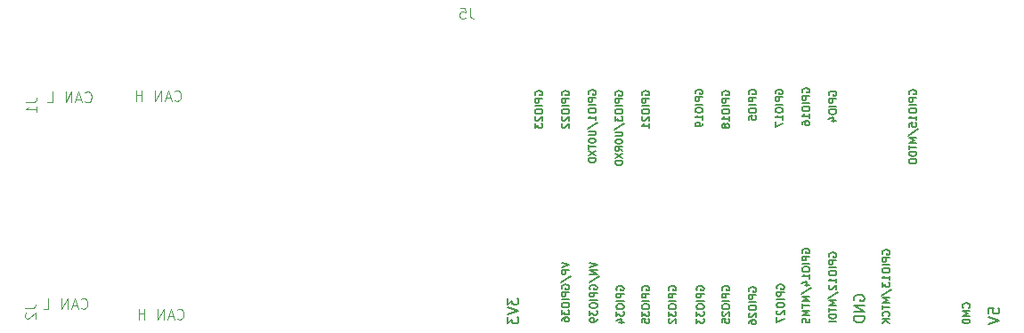
<source format=gbr>
%TF.GenerationSoftware,KiCad,Pcbnew,8.0.0*%
%TF.CreationDate,2024-03-13T03:04:33+09:00*%
%TF.ProjectId,esp32tester,65737033-3274-4657-9374-65722e6b6963,rev?*%
%TF.SameCoordinates,Original*%
%TF.FileFunction,Legend,Bot*%
%TF.FilePolarity,Positive*%
%FSLAX46Y46*%
G04 Gerber Fmt 4.6, Leading zero omitted, Abs format (unit mm)*
G04 Created by KiCad (PCBNEW 8.0.0) date 2024-03-13 03:04:33*
%MOMM*%
%LPD*%
G01*
G04 APERTURE LIST*
%ADD10C,0.100000*%
%ADD11C,0.150000*%
G04 APERTURE END LIST*
D10*
X42812687Y-107981180D02*
X42860306Y-108028800D01*
X42860306Y-108028800D02*
X43003163Y-108076419D01*
X43003163Y-108076419D02*
X43098401Y-108076419D01*
X43098401Y-108076419D02*
X43241258Y-108028800D01*
X43241258Y-108028800D02*
X43336496Y-107933561D01*
X43336496Y-107933561D02*
X43384115Y-107838323D01*
X43384115Y-107838323D02*
X43431734Y-107647847D01*
X43431734Y-107647847D02*
X43431734Y-107504990D01*
X43431734Y-107504990D02*
X43384115Y-107314514D01*
X43384115Y-107314514D02*
X43336496Y-107219276D01*
X43336496Y-107219276D02*
X43241258Y-107124038D01*
X43241258Y-107124038D02*
X43098401Y-107076419D01*
X43098401Y-107076419D02*
X43003163Y-107076419D01*
X43003163Y-107076419D02*
X42860306Y-107124038D01*
X42860306Y-107124038D02*
X42812687Y-107171657D01*
X42431734Y-107790704D02*
X41955544Y-107790704D01*
X42526972Y-108076419D02*
X42193639Y-107076419D01*
X42193639Y-107076419D02*
X41860306Y-108076419D01*
X41526972Y-108076419D02*
X41526972Y-107076419D01*
X41526972Y-107076419D02*
X40955544Y-108076419D01*
X40955544Y-108076419D02*
X40955544Y-107076419D01*
X39241258Y-108076419D02*
X39717448Y-108076419D01*
X39717448Y-108076419D02*
X39717448Y-107076419D01*
X51956687Y-108997180D02*
X52004306Y-109044800D01*
X52004306Y-109044800D02*
X52147163Y-109092419D01*
X52147163Y-109092419D02*
X52242401Y-109092419D01*
X52242401Y-109092419D02*
X52385258Y-109044800D01*
X52385258Y-109044800D02*
X52480496Y-108949561D01*
X52480496Y-108949561D02*
X52528115Y-108854323D01*
X52528115Y-108854323D02*
X52575734Y-108663847D01*
X52575734Y-108663847D02*
X52575734Y-108520990D01*
X52575734Y-108520990D02*
X52528115Y-108330514D01*
X52528115Y-108330514D02*
X52480496Y-108235276D01*
X52480496Y-108235276D02*
X52385258Y-108140038D01*
X52385258Y-108140038D02*
X52242401Y-108092419D01*
X52242401Y-108092419D02*
X52147163Y-108092419D01*
X52147163Y-108092419D02*
X52004306Y-108140038D01*
X52004306Y-108140038D02*
X51956687Y-108187657D01*
X51575734Y-108806704D02*
X51099544Y-108806704D01*
X51670972Y-109092419D02*
X51337639Y-108092419D01*
X51337639Y-108092419D02*
X51004306Y-109092419D01*
X50670972Y-109092419D02*
X50670972Y-108092419D01*
X50670972Y-108092419D02*
X50099544Y-109092419D01*
X50099544Y-109092419D02*
X50099544Y-108092419D01*
X48861448Y-109092419D02*
X48861448Y-108092419D01*
X48861448Y-108568609D02*
X48290020Y-108568609D01*
X48290020Y-109092419D02*
X48290020Y-108092419D01*
X43193687Y-88296180D02*
X43241306Y-88343800D01*
X43241306Y-88343800D02*
X43384163Y-88391419D01*
X43384163Y-88391419D02*
X43479401Y-88391419D01*
X43479401Y-88391419D02*
X43622258Y-88343800D01*
X43622258Y-88343800D02*
X43717496Y-88248561D01*
X43717496Y-88248561D02*
X43765115Y-88153323D01*
X43765115Y-88153323D02*
X43812734Y-87962847D01*
X43812734Y-87962847D02*
X43812734Y-87819990D01*
X43812734Y-87819990D02*
X43765115Y-87629514D01*
X43765115Y-87629514D02*
X43717496Y-87534276D01*
X43717496Y-87534276D02*
X43622258Y-87439038D01*
X43622258Y-87439038D02*
X43479401Y-87391419D01*
X43479401Y-87391419D02*
X43384163Y-87391419D01*
X43384163Y-87391419D02*
X43241306Y-87439038D01*
X43241306Y-87439038D02*
X43193687Y-87486657D01*
X42812734Y-88105704D02*
X42336544Y-88105704D01*
X42907972Y-88391419D02*
X42574639Y-87391419D01*
X42574639Y-87391419D02*
X42241306Y-88391419D01*
X41907972Y-88391419D02*
X41907972Y-87391419D01*
X41907972Y-87391419D02*
X41336544Y-88391419D01*
X41336544Y-88391419D02*
X41336544Y-87391419D01*
X39622258Y-88391419D02*
X40098448Y-88391419D01*
X40098448Y-88391419D02*
X40098448Y-87391419D01*
X51702687Y-88169180D02*
X51750306Y-88216800D01*
X51750306Y-88216800D02*
X51893163Y-88264419D01*
X51893163Y-88264419D02*
X51988401Y-88264419D01*
X51988401Y-88264419D02*
X52131258Y-88216800D01*
X52131258Y-88216800D02*
X52226496Y-88121561D01*
X52226496Y-88121561D02*
X52274115Y-88026323D01*
X52274115Y-88026323D02*
X52321734Y-87835847D01*
X52321734Y-87835847D02*
X52321734Y-87692990D01*
X52321734Y-87692990D02*
X52274115Y-87502514D01*
X52274115Y-87502514D02*
X52226496Y-87407276D01*
X52226496Y-87407276D02*
X52131258Y-87312038D01*
X52131258Y-87312038D02*
X51988401Y-87264419D01*
X51988401Y-87264419D02*
X51893163Y-87264419D01*
X51893163Y-87264419D02*
X51750306Y-87312038D01*
X51750306Y-87312038D02*
X51702687Y-87359657D01*
X51321734Y-87978704D02*
X50845544Y-87978704D01*
X51416972Y-88264419D02*
X51083639Y-87264419D01*
X51083639Y-87264419D02*
X50750306Y-88264419D01*
X50416972Y-88264419D02*
X50416972Y-87264419D01*
X50416972Y-87264419D02*
X49845544Y-88264419D01*
X49845544Y-88264419D02*
X49845544Y-87264419D01*
X48607448Y-88264419D02*
X48607448Y-87264419D01*
X48607448Y-87740609D02*
X48036020Y-87740609D01*
X48036020Y-88264419D02*
X48036020Y-87264419D01*
X79801401Y-79390419D02*
X79801401Y-80104704D01*
X79801401Y-80104704D02*
X79849020Y-80247561D01*
X79849020Y-80247561D02*
X79944258Y-80342800D01*
X79944258Y-80342800D02*
X80087115Y-80390419D01*
X80087115Y-80390419D02*
X80182353Y-80390419D01*
X78849020Y-79390419D02*
X79325210Y-79390419D01*
X79325210Y-79390419D02*
X79372829Y-79866609D01*
X79372829Y-79866609D02*
X79325210Y-79818990D01*
X79325210Y-79818990D02*
X79229972Y-79771371D01*
X79229972Y-79771371D02*
X78991877Y-79771371D01*
X78991877Y-79771371D02*
X78896639Y-79818990D01*
X78896639Y-79818990D02*
X78849020Y-79866609D01*
X78849020Y-79866609D02*
X78801401Y-79961847D01*
X78801401Y-79961847D02*
X78801401Y-80199942D01*
X78801401Y-80199942D02*
X78849020Y-80295180D01*
X78849020Y-80295180D02*
X78896639Y-80342800D01*
X78896639Y-80342800D02*
X78991877Y-80390419D01*
X78991877Y-80390419D02*
X79229972Y-80390419D01*
X79229972Y-80390419D02*
X79325210Y-80342800D01*
X79325210Y-80342800D02*
X79372829Y-80295180D01*
X37480419Y-108031598D02*
X38194704Y-108031598D01*
X38194704Y-108031598D02*
X38337561Y-107983979D01*
X38337561Y-107983979D02*
X38432800Y-107888741D01*
X38432800Y-107888741D02*
X38480419Y-107745884D01*
X38480419Y-107745884D02*
X38480419Y-107650646D01*
X37575657Y-108460170D02*
X37528038Y-108507789D01*
X37528038Y-108507789D02*
X37480419Y-108603027D01*
X37480419Y-108603027D02*
X37480419Y-108841122D01*
X37480419Y-108841122D02*
X37528038Y-108936360D01*
X37528038Y-108936360D02*
X37575657Y-108983979D01*
X37575657Y-108983979D02*
X37670895Y-109031598D01*
X37670895Y-109031598D02*
X37766133Y-109031598D01*
X37766133Y-109031598D02*
X37908990Y-108983979D01*
X37908990Y-108983979D02*
X38480419Y-108412551D01*
X38480419Y-108412551D02*
X38480419Y-109031598D01*
X37607419Y-88346598D02*
X38321704Y-88346598D01*
X38321704Y-88346598D02*
X38464561Y-88298979D01*
X38464561Y-88298979D02*
X38559800Y-88203741D01*
X38559800Y-88203741D02*
X38607419Y-88060884D01*
X38607419Y-88060884D02*
X38607419Y-87965646D01*
X38607419Y-89346598D02*
X38607419Y-88775170D01*
X38607419Y-89060884D02*
X37607419Y-89060884D01*
X37607419Y-89060884D02*
X37750276Y-88965646D01*
X37750276Y-88965646D02*
X37845514Y-88870408D01*
X37845514Y-88870408D02*
X37893133Y-88775170D01*
D11*
X91183033Y-103670350D02*
X91883033Y-103903684D01*
X91883033Y-103903684D02*
X91183033Y-104137017D01*
X91883033Y-104370350D02*
X91183033Y-104370350D01*
X91183033Y-104370350D02*
X91883033Y-104770350D01*
X91883033Y-104770350D02*
X91183033Y-104770350D01*
X91149700Y-105603683D02*
X92049700Y-105003683D01*
X91216366Y-106203683D02*
X91183033Y-106137016D01*
X91183033Y-106137016D02*
X91183033Y-106037016D01*
X91183033Y-106037016D02*
X91216366Y-105937016D01*
X91216366Y-105937016D02*
X91283033Y-105870350D01*
X91283033Y-105870350D02*
X91349700Y-105837016D01*
X91349700Y-105837016D02*
X91483033Y-105803683D01*
X91483033Y-105803683D02*
X91583033Y-105803683D01*
X91583033Y-105803683D02*
X91716366Y-105837016D01*
X91716366Y-105837016D02*
X91783033Y-105870350D01*
X91783033Y-105870350D02*
X91849700Y-105937016D01*
X91849700Y-105937016D02*
X91883033Y-106037016D01*
X91883033Y-106037016D02*
X91883033Y-106103683D01*
X91883033Y-106103683D02*
X91849700Y-106203683D01*
X91849700Y-106203683D02*
X91816366Y-106237016D01*
X91816366Y-106237016D02*
X91583033Y-106237016D01*
X91583033Y-106237016D02*
X91583033Y-106103683D01*
X91883033Y-106537016D02*
X91183033Y-106537016D01*
X91183033Y-106537016D02*
X91183033Y-106803683D01*
X91183033Y-106803683D02*
X91216366Y-106870350D01*
X91216366Y-106870350D02*
X91249700Y-106903683D01*
X91249700Y-106903683D02*
X91316366Y-106937016D01*
X91316366Y-106937016D02*
X91416366Y-106937016D01*
X91416366Y-106937016D02*
X91483033Y-106903683D01*
X91483033Y-106903683D02*
X91516366Y-106870350D01*
X91516366Y-106870350D02*
X91549700Y-106803683D01*
X91549700Y-106803683D02*
X91549700Y-106537016D01*
X91883033Y-107237016D02*
X91183033Y-107237016D01*
X91183033Y-107703683D02*
X91183033Y-107837016D01*
X91183033Y-107837016D02*
X91216366Y-107903683D01*
X91216366Y-107903683D02*
X91283033Y-107970349D01*
X91283033Y-107970349D02*
X91416366Y-108003683D01*
X91416366Y-108003683D02*
X91649700Y-108003683D01*
X91649700Y-108003683D02*
X91783033Y-107970349D01*
X91783033Y-107970349D02*
X91849700Y-107903683D01*
X91849700Y-107903683D02*
X91883033Y-107837016D01*
X91883033Y-107837016D02*
X91883033Y-107703683D01*
X91883033Y-107703683D02*
X91849700Y-107637016D01*
X91849700Y-107637016D02*
X91783033Y-107570349D01*
X91783033Y-107570349D02*
X91649700Y-107537016D01*
X91649700Y-107537016D02*
X91416366Y-107537016D01*
X91416366Y-107537016D02*
X91283033Y-107570349D01*
X91283033Y-107570349D02*
X91216366Y-107637016D01*
X91216366Y-107637016D02*
X91183033Y-107703683D01*
X91183033Y-108237016D02*
X91183033Y-108670349D01*
X91183033Y-108670349D02*
X91449700Y-108437016D01*
X91449700Y-108437016D02*
X91449700Y-108537016D01*
X91449700Y-108537016D02*
X91483033Y-108603682D01*
X91483033Y-108603682D02*
X91516366Y-108637016D01*
X91516366Y-108637016D02*
X91583033Y-108670349D01*
X91583033Y-108670349D02*
X91749700Y-108670349D01*
X91749700Y-108670349D02*
X91816366Y-108637016D01*
X91816366Y-108637016D02*
X91849700Y-108603682D01*
X91849700Y-108603682D02*
X91883033Y-108537016D01*
X91883033Y-108537016D02*
X91883033Y-108337016D01*
X91883033Y-108337016D02*
X91849700Y-108270349D01*
X91849700Y-108270349D02*
X91816366Y-108237016D01*
X91883033Y-109003683D02*
X91883033Y-109137016D01*
X91883033Y-109137016D02*
X91849700Y-109203683D01*
X91849700Y-109203683D02*
X91816366Y-109237016D01*
X91816366Y-109237016D02*
X91716366Y-109303683D01*
X91716366Y-109303683D02*
X91583033Y-109337016D01*
X91583033Y-109337016D02*
X91316366Y-109337016D01*
X91316366Y-109337016D02*
X91249700Y-109303683D01*
X91249700Y-109303683D02*
X91216366Y-109270349D01*
X91216366Y-109270349D02*
X91183033Y-109203683D01*
X91183033Y-109203683D02*
X91183033Y-109070349D01*
X91183033Y-109070349D02*
X91216366Y-109003683D01*
X91216366Y-109003683D02*
X91249700Y-108970349D01*
X91249700Y-108970349D02*
X91316366Y-108937016D01*
X91316366Y-108937016D02*
X91483033Y-108937016D01*
X91483033Y-108937016D02*
X91549700Y-108970349D01*
X91549700Y-108970349D02*
X91583033Y-109003683D01*
X91583033Y-109003683D02*
X91616366Y-109070349D01*
X91616366Y-109070349D02*
X91616366Y-109203683D01*
X91616366Y-109203683D02*
X91583033Y-109270349D01*
X91583033Y-109270349D02*
X91549700Y-109303683D01*
X91549700Y-109303683D02*
X91483033Y-109337016D01*
X129121819Y-108508969D02*
X129121819Y-108032779D01*
X129121819Y-108032779D02*
X129598009Y-107985160D01*
X129598009Y-107985160D02*
X129550390Y-108032779D01*
X129550390Y-108032779D02*
X129502771Y-108128017D01*
X129502771Y-108128017D02*
X129502771Y-108366112D01*
X129502771Y-108366112D02*
X129550390Y-108461350D01*
X129550390Y-108461350D02*
X129598009Y-108508969D01*
X129598009Y-108508969D02*
X129693247Y-108556588D01*
X129693247Y-108556588D02*
X129931342Y-108556588D01*
X129931342Y-108556588D02*
X130026580Y-108508969D01*
X130026580Y-108508969D02*
X130074200Y-108461350D01*
X130074200Y-108461350D02*
X130121819Y-108366112D01*
X130121819Y-108366112D02*
X130121819Y-108128017D01*
X130121819Y-108128017D02*
X130074200Y-108032779D01*
X130074200Y-108032779D02*
X130026580Y-107985160D01*
X129121819Y-108842303D02*
X130121819Y-109175636D01*
X130121819Y-109175636D02*
X129121819Y-109508969D01*
X98719526Y-106296017D02*
X98686193Y-106229350D01*
X98686193Y-106229350D02*
X98686193Y-106129350D01*
X98686193Y-106129350D02*
X98719526Y-106029350D01*
X98719526Y-106029350D02*
X98786193Y-105962684D01*
X98786193Y-105962684D02*
X98852860Y-105929350D01*
X98852860Y-105929350D02*
X98986193Y-105896017D01*
X98986193Y-105896017D02*
X99086193Y-105896017D01*
X99086193Y-105896017D02*
X99219526Y-105929350D01*
X99219526Y-105929350D02*
X99286193Y-105962684D01*
X99286193Y-105962684D02*
X99352860Y-106029350D01*
X99352860Y-106029350D02*
X99386193Y-106129350D01*
X99386193Y-106129350D02*
X99386193Y-106196017D01*
X99386193Y-106196017D02*
X99352860Y-106296017D01*
X99352860Y-106296017D02*
X99319526Y-106329350D01*
X99319526Y-106329350D02*
X99086193Y-106329350D01*
X99086193Y-106329350D02*
X99086193Y-106196017D01*
X99386193Y-106629350D02*
X98686193Y-106629350D01*
X98686193Y-106629350D02*
X98686193Y-106896017D01*
X98686193Y-106896017D02*
X98719526Y-106962684D01*
X98719526Y-106962684D02*
X98752860Y-106996017D01*
X98752860Y-106996017D02*
X98819526Y-107029350D01*
X98819526Y-107029350D02*
X98919526Y-107029350D01*
X98919526Y-107029350D02*
X98986193Y-106996017D01*
X98986193Y-106996017D02*
X99019526Y-106962684D01*
X99019526Y-106962684D02*
X99052860Y-106896017D01*
X99052860Y-106896017D02*
X99052860Y-106629350D01*
X99386193Y-107329350D02*
X98686193Y-107329350D01*
X98686193Y-107796017D02*
X98686193Y-107929350D01*
X98686193Y-107929350D02*
X98719526Y-107996017D01*
X98719526Y-107996017D02*
X98786193Y-108062683D01*
X98786193Y-108062683D02*
X98919526Y-108096017D01*
X98919526Y-108096017D02*
X99152860Y-108096017D01*
X99152860Y-108096017D02*
X99286193Y-108062683D01*
X99286193Y-108062683D02*
X99352860Y-107996017D01*
X99352860Y-107996017D02*
X99386193Y-107929350D01*
X99386193Y-107929350D02*
X99386193Y-107796017D01*
X99386193Y-107796017D02*
X99352860Y-107729350D01*
X99352860Y-107729350D02*
X99286193Y-107662683D01*
X99286193Y-107662683D02*
X99152860Y-107629350D01*
X99152860Y-107629350D02*
X98919526Y-107629350D01*
X98919526Y-107629350D02*
X98786193Y-107662683D01*
X98786193Y-107662683D02*
X98719526Y-107729350D01*
X98719526Y-107729350D02*
X98686193Y-107796017D01*
X98686193Y-108329350D02*
X98686193Y-108762683D01*
X98686193Y-108762683D02*
X98952860Y-108529350D01*
X98952860Y-108529350D02*
X98952860Y-108629350D01*
X98952860Y-108629350D02*
X98986193Y-108696016D01*
X98986193Y-108696016D02*
X99019526Y-108729350D01*
X99019526Y-108729350D02*
X99086193Y-108762683D01*
X99086193Y-108762683D02*
X99252860Y-108762683D01*
X99252860Y-108762683D02*
X99319526Y-108729350D01*
X99319526Y-108729350D02*
X99352860Y-108696016D01*
X99352860Y-108696016D02*
X99386193Y-108629350D01*
X99386193Y-108629350D02*
X99386193Y-108429350D01*
X99386193Y-108429350D02*
X99352860Y-108362683D01*
X99352860Y-108362683D02*
X99319526Y-108329350D01*
X98752860Y-109029350D02*
X98719526Y-109062683D01*
X98719526Y-109062683D02*
X98686193Y-109129350D01*
X98686193Y-109129350D02*
X98686193Y-109296017D01*
X98686193Y-109296017D02*
X98719526Y-109362683D01*
X98719526Y-109362683D02*
X98752860Y-109396017D01*
X98752860Y-109396017D02*
X98819526Y-109429350D01*
X98819526Y-109429350D02*
X98886193Y-109429350D01*
X98886193Y-109429350D02*
X98986193Y-109396017D01*
X98986193Y-109396017D02*
X99386193Y-108996017D01*
X99386193Y-108996017D02*
X99386193Y-109429350D01*
X111409366Y-102740017D02*
X111376033Y-102673350D01*
X111376033Y-102673350D02*
X111376033Y-102573350D01*
X111376033Y-102573350D02*
X111409366Y-102473350D01*
X111409366Y-102473350D02*
X111476033Y-102406684D01*
X111476033Y-102406684D02*
X111542700Y-102373350D01*
X111542700Y-102373350D02*
X111676033Y-102340017D01*
X111676033Y-102340017D02*
X111776033Y-102340017D01*
X111776033Y-102340017D02*
X111909366Y-102373350D01*
X111909366Y-102373350D02*
X111976033Y-102406684D01*
X111976033Y-102406684D02*
X112042700Y-102473350D01*
X112042700Y-102473350D02*
X112076033Y-102573350D01*
X112076033Y-102573350D02*
X112076033Y-102640017D01*
X112076033Y-102640017D02*
X112042700Y-102740017D01*
X112042700Y-102740017D02*
X112009366Y-102773350D01*
X112009366Y-102773350D02*
X111776033Y-102773350D01*
X111776033Y-102773350D02*
X111776033Y-102640017D01*
X112076033Y-103073350D02*
X111376033Y-103073350D01*
X111376033Y-103073350D02*
X111376033Y-103340017D01*
X111376033Y-103340017D02*
X111409366Y-103406684D01*
X111409366Y-103406684D02*
X111442700Y-103440017D01*
X111442700Y-103440017D02*
X111509366Y-103473350D01*
X111509366Y-103473350D02*
X111609366Y-103473350D01*
X111609366Y-103473350D02*
X111676033Y-103440017D01*
X111676033Y-103440017D02*
X111709366Y-103406684D01*
X111709366Y-103406684D02*
X111742700Y-103340017D01*
X111742700Y-103340017D02*
X111742700Y-103073350D01*
X112076033Y-103773350D02*
X111376033Y-103773350D01*
X111376033Y-104240017D02*
X111376033Y-104373350D01*
X111376033Y-104373350D02*
X111409366Y-104440017D01*
X111409366Y-104440017D02*
X111476033Y-104506683D01*
X111476033Y-104506683D02*
X111609366Y-104540017D01*
X111609366Y-104540017D02*
X111842700Y-104540017D01*
X111842700Y-104540017D02*
X111976033Y-104506683D01*
X111976033Y-104506683D02*
X112042700Y-104440017D01*
X112042700Y-104440017D02*
X112076033Y-104373350D01*
X112076033Y-104373350D02*
X112076033Y-104240017D01*
X112076033Y-104240017D02*
X112042700Y-104173350D01*
X112042700Y-104173350D02*
X111976033Y-104106683D01*
X111976033Y-104106683D02*
X111842700Y-104073350D01*
X111842700Y-104073350D02*
X111609366Y-104073350D01*
X111609366Y-104073350D02*
X111476033Y-104106683D01*
X111476033Y-104106683D02*
X111409366Y-104173350D01*
X111409366Y-104173350D02*
X111376033Y-104240017D01*
X112076033Y-105206683D02*
X112076033Y-104806683D01*
X112076033Y-105006683D02*
X111376033Y-105006683D01*
X111376033Y-105006683D02*
X111476033Y-104940016D01*
X111476033Y-104940016D02*
X111542700Y-104873350D01*
X111542700Y-104873350D02*
X111576033Y-104806683D01*
X111609366Y-105806683D02*
X112076033Y-105806683D01*
X111342700Y-105640017D02*
X111842700Y-105473350D01*
X111842700Y-105473350D02*
X111842700Y-105906683D01*
X111342700Y-106673350D02*
X112242700Y-106073350D01*
X112076033Y-106906683D02*
X111376033Y-106906683D01*
X111376033Y-106906683D02*
X111876033Y-107140017D01*
X111876033Y-107140017D02*
X111376033Y-107373350D01*
X111376033Y-107373350D02*
X112076033Y-107373350D01*
X111376033Y-107606683D02*
X111376033Y-108006683D01*
X112076033Y-107806683D02*
X111376033Y-107806683D01*
X112076033Y-108240016D02*
X111376033Y-108240016D01*
X111376033Y-108240016D02*
X111876033Y-108473350D01*
X111876033Y-108473350D02*
X111376033Y-108706683D01*
X111376033Y-108706683D02*
X112076033Y-108706683D01*
X112042700Y-109006683D02*
X112076033Y-109106683D01*
X112076033Y-109106683D02*
X112076033Y-109273350D01*
X112076033Y-109273350D02*
X112042700Y-109340016D01*
X112042700Y-109340016D02*
X112009366Y-109373350D01*
X112009366Y-109373350D02*
X111942700Y-109406683D01*
X111942700Y-109406683D02*
X111876033Y-109406683D01*
X111876033Y-109406683D02*
X111809366Y-109373350D01*
X111809366Y-109373350D02*
X111776033Y-109340016D01*
X111776033Y-109340016D02*
X111742700Y-109273350D01*
X111742700Y-109273350D02*
X111709366Y-109140016D01*
X111709366Y-109140016D02*
X111676033Y-109073350D01*
X111676033Y-109073350D02*
X111642700Y-109040016D01*
X111642700Y-109040016D02*
X111576033Y-109006683D01*
X111576033Y-109006683D02*
X111509366Y-109006683D01*
X111509366Y-109006683D02*
X111442700Y-109040016D01*
X111442700Y-109040016D02*
X111409366Y-109073350D01*
X111409366Y-109073350D02*
X111376033Y-109140016D01*
X111376033Y-109140016D02*
X111376033Y-109306683D01*
X111376033Y-109306683D02*
X111409366Y-109406683D01*
X96169366Y-87693649D02*
X96136033Y-87626982D01*
X96136033Y-87626982D02*
X96136033Y-87526982D01*
X96136033Y-87526982D02*
X96169366Y-87426982D01*
X96169366Y-87426982D02*
X96236033Y-87360316D01*
X96236033Y-87360316D02*
X96302700Y-87326982D01*
X96302700Y-87326982D02*
X96436033Y-87293649D01*
X96436033Y-87293649D02*
X96536033Y-87293649D01*
X96536033Y-87293649D02*
X96669366Y-87326982D01*
X96669366Y-87326982D02*
X96736033Y-87360316D01*
X96736033Y-87360316D02*
X96802700Y-87426982D01*
X96802700Y-87426982D02*
X96836033Y-87526982D01*
X96836033Y-87526982D02*
X96836033Y-87593649D01*
X96836033Y-87593649D02*
X96802700Y-87693649D01*
X96802700Y-87693649D02*
X96769366Y-87726982D01*
X96769366Y-87726982D02*
X96536033Y-87726982D01*
X96536033Y-87726982D02*
X96536033Y-87593649D01*
X96836033Y-88026982D02*
X96136033Y-88026982D01*
X96136033Y-88026982D02*
X96136033Y-88293649D01*
X96136033Y-88293649D02*
X96169366Y-88360316D01*
X96169366Y-88360316D02*
X96202700Y-88393649D01*
X96202700Y-88393649D02*
X96269366Y-88426982D01*
X96269366Y-88426982D02*
X96369366Y-88426982D01*
X96369366Y-88426982D02*
X96436033Y-88393649D01*
X96436033Y-88393649D02*
X96469366Y-88360316D01*
X96469366Y-88360316D02*
X96502700Y-88293649D01*
X96502700Y-88293649D02*
X96502700Y-88026982D01*
X96836033Y-88726982D02*
X96136033Y-88726982D01*
X96136033Y-89193649D02*
X96136033Y-89326982D01*
X96136033Y-89326982D02*
X96169366Y-89393649D01*
X96169366Y-89393649D02*
X96236033Y-89460315D01*
X96236033Y-89460315D02*
X96369366Y-89493649D01*
X96369366Y-89493649D02*
X96602700Y-89493649D01*
X96602700Y-89493649D02*
X96736033Y-89460315D01*
X96736033Y-89460315D02*
X96802700Y-89393649D01*
X96802700Y-89393649D02*
X96836033Y-89326982D01*
X96836033Y-89326982D02*
X96836033Y-89193649D01*
X96836033Y-89193649D02*
X96802700Y-89126982D01*
X96802700Y-89126982D02*
X96736033Y-89060315D01*
X96736033Y-89060315D02*
X96602700Y-89026982D01*
X96602700Y-89026982D02*
X96369366Y-89026982D01*
X96369366Y-89026982D02*
X96236033Y-89060315D01*
X96236033Y-89060315D02*
X96169366Y-89126982D01*
X96169366Y-89126982D02*
X96136033Y-89193649D01*
X96202700Y-89760315D02*
X96169366Y-89793648D01*
X96169366Y-89793648D02*
X96136033Y-89860315D01*
X96136033Y-89860315D02*
X96136033Y-90026982D01*
X96136033Y-90026982D02*
X96169366Y-90093648D01*
X96169366Y-90093648D02*
X96202700Y-90126982D01*
X96202700Y-90126982D02*
X96269366Y-90160315D01*
X96269366Y-90160315D02*
X96336033Y-90160315D01*
X96336033Y-90160315D02*
X96436033Y-90126982D01*
X96436033Y-90126982D02*
X96836033Y-89726982D01*
X96836033Y-89726982D02*
X96836033Y-90160315D01*
X96836033Y-90826982D02*
X96836033Y-90426982D01*
X96836033Y-90626982D02*
X96136033Y-90626982D01*
X96136033Y-90626982D02*
X96236033Y-90560315D01*
X96236033Y-90560315D02*
X96302700Y-90493649D01*
X96302700Y-90493649D02*
X96336033Y-90426982D01*
X96179526Y-106296017D02*
X96146193Y-106229350D01*
X96146193Y-106229350D02*
X96146193Y-106129350D01*
X96146193Y-106129350D02*
X96179526Y-106029350D01*
X96179526Y-106029350D02*
X96246193Y-105962684D01*
X96246193Y-105962684D02*
X96312860Y-105929350D01*
X96312860Y-105929350D02*
X96446193Y-105896017D01*
X96446193Y-105896017D02*
X96546193Y-105896017D01*
X96546193Y-105896017D02*
X96679526Y-105929350D01*
X96679526Y-105929350D02*
X96746193Y-105962684D01*
X96746193Y-105962684D02*
X96812860Y-106029350D01*
X96812860Y-106029350D02*
X96846193Y-106129350D01*
X96846193Y-106129350D02*
X96846193Y-106196017D01*
X96846193Y-106196017D02*
X96812860Y-106296017D01*
X96812860Y-106296017D02*
X96779526Y-106329350D01*
X96779526Y-106329350D02*
X96546193Y-106329350D01*
X96546193Y-106329350D02*
X96546193Y-106196017D01*
X96846193Y-106629350D02*
X96146193Y-106629350D01*
X96146193Y-106629350D02*
X96146193Y-106896017D01*
X96146193Y-106896017D02*
X96179526Y-106962684D01*
X96179526Y-106962684D02*
X96212860Y-106996017D01*
X96212860Y-106996017D02*
X96279526Y-107029350D01*
X96279526Y-107029350D02*
X96379526Y-107029350D01*
X96379526Y-107029350D02*
X96446193Y-106996017D01*
X96446193Y-106996017D02*
X96479526Y-106962684D01*
X96479526Y-106962684D02*
X96512860Y-106896017D01*
X96512860Y-106896017D02*
X96512860Y-106629350D01*
X96846193Y-107329350D02*
X96146193Y-107329350D01*
X96146193Y-107796017D02*
X96146193Y-107929350D01*
X96146193Y-107929350D02*
X96179526Y-107996017D01*
X96179526Y-107996017D02*
X96246193Y-108062683D01*
X96246193Y-108062683D02*
X96379526Y-108096017D01*
X96379526Y-108096017D02*
X96612860Y-108096017D01*
X96612860Y-108096017D02*
X96746193Y-108062683D01*
X96746193Y-108062683D02*
X96812860Y-107996017D01*
X96812860Y-107996017D02*
X96846193Y-107929350D01*
X96846193Y-107929350D02*
X96846193Y-107796017D01*
X96846193Y-107796017D02*
X96812860Y-107729350D01*
X96812860Y-107729350D02*
X96746193Y-107662683D01*
X96746193Y-107662683D02*
X96612860Y-107629350D01*
X96612860Y-107629350D02*
X96379526Y-107629350D01*
X96379526Y-107629350D02*
X96246193Y-107662683D01*
X96246193Y-107662683D02*
X96179526Y-107729350D01*
X96179526Y-107729350D02*
X96146193Y-107796017D01*
X96146193Y-108329350D02*
X96146193Y-108762683D01*
X96146193Y-108762683D02*
X96412860Y-108529350D01*
X96412860Y-108529350D02*
X96412860Y-108629350D01*
X96412860Y-108629350D02*
X96446193Y-108696016D01*
X96446193Y-108696016D02*
X96479526Y-108729350D01*
X96479526Y-108729350D02*
X96546193Y-108762683D01*
X96546193Y-108762683D02*
X96712860Y-108762683D01*
X96712860Y-108762683D02*
X96779526Y-108729350D01*
X96779526Y-108729350D02*
X96812860Y-108696016D01*
X96812860Y-108696016D02*
X96846193Y-108629350D01*
X96846193Y-108629350D02*
X96846193Y-108429350D01*
X96846193Y-108429350D02*
X96812860Y-108362683D01*
X96812860Y-108362683D02*
X96779526Y-108329350D01*
X96146193Y-109396017D02*
X96146193Y-109062683D01*
X96146193Y-109062683D02*
X96479526Y-109029350D01*
X96479526Y-109029350D02*
X96446193Y-109062683D01*
X96446193Y-109062683D02*
X96412860Y-109129350D01*
X96412860Y-109129350D02*
X96412860Y-109296017D01*
X96412860Y-109296017D02*
X96446193Y-109362683D01*
X96446193Y-109362683D02*
X96479526Y-109396017D01*
X96479526Y-109396017D02*
X96546193Y-109429350D01*
X96546193Y-109429350D02*
X96712860Y-109429350D01*
X96712860Y-109429350D02*
X96779526Y-109396017D01*
X96779526Y-109396017D02*
X96812860Y-109362683D01*
X96812860Y-109362683D02*
X96846193Y-109296017D01*
X96846193Y-109296017D02*
X96846193Y-109129350D01*
X96846193Y-109129350D02*
X96812860Y-109062683D01*
X96812860Y-109062683D02*
X96779526Y-109029350D01*
X106339526Y-106423017D02*
X106306193Y-106356350D01*
X106306193Y-106356350D02*
X106306193Y-106256350D01*
X106306193Y-106256350D02*
X106339526Y-106156350D01*
X106339526Y-106156350D02*
X106406193Y-106089684D01*
X106406193Y-106089684D02*
X106472860Y-106056350D01*
X106472860Y-106056350D02*
X106606193Y-106023017D01*
X106606193Y-106023017D02*
X106706193Y-106023017D01*
X106706193Y-106023017D02*
X106839526Y-106056350D01*
X106839526Y-106056350D02*
X106906193Y-106089684D01*
X106906193Y-106089684D02*
X106972860Y-106156350D01*
X106972860Y-106156350D02*
X107006193Y-106256350D01*
X107006193Y-106256350D02*
X107006193Y-106323017D01*
X107006193Y-106323017D02*
X106972860Y-106423017D01*
X106972860Y-106423017D02*
X106939526Y-106456350D01*
X106939526Y-106456350D02*
X106706193Y-106456350D01*
X106706193Y-106456350D02*
X106706193Y-106323017D01*
X107006193Y-106756350D02*
X106306193Y-106756350D01*
X106306193Y-106756350D02*
X106306193Y-107023017D01*
X106306193Y-107023017D02*
X106339526Y-107089684D01*
X106339526Y-107089684D02*
X106372860Y-107123017D01*
X106372860Y-107123017D02*
X106439526Y-107156350D01*
X106439526Y-107156350D02*
X106539526Y-107156350D01*
X106539526Y-107156350D02*
X106606193Y-107123017D01*
X106606193Y-107123017D02*
X106639526Y-107089684D01*
X106639526Y-107089684D02*
X106672860Y-107023017D01*
X106672860Y-107023017D02*
X106672860Y-106756350D01*
X107006193Y-107456350D02*
X106306193Y-107456350D01*
X106306193Y-107923017D02*
X106306193Y-108056350D01*
X106306193Y-108056350D02*
X106339526Y-108123017D01*
X106339526Y-108123017D02*
X106406193Y-108189683D01*
X106406193Y-108189683D02*
X106539526Y-108223017D01*
X106539526Y-108223017D02*
X106772860Y-108223017D01*
X106772860Y-108223017D02*
X106906193Y-108189683D01*
X106906193Y-108189683D02*
X106972860Y-108123017D01*
X106972860Y-108123017D02*
X107006193Y-108056350D01*
X107006193Y-108056350D02*
X107006193Y-107923017D01*
X107006193Y-107923017D02*
X106972860Y-107856350D01*
X106972860Y-107856350D02*
X106906193Y-107789683D01*
X106906193Y-107789683D02*
X106772860Y-107756350D01*
X106772860Y-107756350D02*
X106539526Y-107756350D01*
X106539526Y-107756350D02*
X106406193Y-107789683D01*
X106406193Y-107789683D02*
X106339526Y-107856350D01*
X106339526Y-107856350D02*
X106306193Y-107923017D01*
X106372860Y-108489683D02*
X106339526Y-108523016D01*
X106339526Y-108523016D02*
X106306193Y-108589683D01*
X106306193Y-108589683D02*
X106306193Y-108756350D01*
X106306193Y-108756350D02*
X106339526Y-108823016D01*
X106339526Y-108823016D02*
X106372860Y-108856350D01*
X106372860Y-108856350D02*
X106439526Y-108889683D01*
X106439526Y-108889683D02*
X106506193Y-108889683D01*
X106506193Y-108889683D02*
X106606193Y-108856350D01*
X106606193Y-108856350D02*
X107006193Y-108456350D01*
X107006193Y-108456350D02*
X107006193Y-108889683D01*
X106306193Y-109489683D02*
X106306193Y-109356350D01*
X106306193Y-109356350D02*
X106339526Y-109289683D01*
X106339526Y-109289683D02*
X106372860Y-109256350D01*
X106372860Y-109256350D02*
X106472860Y-109189683D01*
X106472860Y-109189683D02*
X106606193Y-109156350D01*
X106606193Y-109156350D02*
X106872860Y-109156350D01*
X106872860Y-109156350D02*
X106939526Y-109189683D01*
X106939526Y-109189683D02*
X106972860Y-109223017D01*
X106972860Y-109223017D02*
X107006193Y-109289683D01*
X107006193Y-109289683D02*
X107006193Y-109423017D01*
X107006193Y-109423017D02*
X106972860Y-109489683D01*
X106972860Y-109489683D02*
X106939526Y-109523017D01*
X106939526Y-109523017D02*
X106872860Y-109556350D01*
X106872860Y-109556350D02*
X106706193Y-109556350D01*
X106706193Y-109556350D02*
X106639526Y-109523017D01*
X106639526Y-109523017D02*
X106606193Y-109489683D01*
X106606193Y-109489683D02*
X106572860Y-109423017D01*
X106572860Y-109423017D02*
X106572860Y-109289683D01*
X106572860Y-109289683D02*
X106606193Y-109223017D01*
X106606193Y-109223017D02*
X106639526Y-109189683D01*
X106639526Y-109189683D02*
X106706193Y-109156350D01*
X93756366Y-106296017D02*
X93723033Y-106229350D01*
X93723033Y-106229350D02*
X93723033Y-106129350D01*
X93723033Y-106129350D02*
X93756366Y-106029350D01*
X93756366Y-106029350D02*
X93823033Y-105962684D01*
X93823033Y-105962684D02*
X93889700Y-105929350D01*
X93889700Y-105929350D02*
X94023033Y-105896017D01*
X94023033Y-105896017D02*
X94123033Y-105896017D01*
X94123033Y-105896017D02*
X94256366Y-105929350D01*
X94256366Y-105929350D02*
X94323033Y-105962684D01*
X94323033Y-105962684D02*
X94389700Y-106029350D01*
X94389700Y-106029350D02*
X94423033Y-106129350D01*
X94423033Y-106129350D02*
X94423033Y-106196017D01*
X94423033Y-106196017D02*
X94389700Y-106296017D01*
X94389700Y-106296017D02*
X94356366Y-106329350D01*
X94356366Y-106329350D02*
X94123033Y-106329350D01*
X94123033Y-106329350D02*
X94123033Y-106196017D01*
X94423033Y-106629350D02*
X93723033Y-106629350D01*
X93723033Y-106629350D02*
X93723033Y-106896017D01*
X93723033Y-106896017D02*
X93756366Y-106962684D01*
X93756366Y-106962684D02*
X93789700Y-106996017D01*
X93789700Y-106996017D02*
X93856366Y-107029350D01*
X93856366Y-107029350D02*
X93956366Y-107029350D01*
X93956366Y-107029350D02*
X94023033Y-106996017D01*
X94023033Y-106996017D02*
X94056366Y-106962684D01*
X94056366Y-106962684D02*
X94089700Y-106896017D01*
X94089700Y-106896017D02*
X94089700Y-106629350D01*
X94423033Y-107329350D02*
X93723033Y-107329350D01*
X93723033Y-107796017D02*
X93723033Y-107929350D01*
X93723033Y-107929350D02*
X93756366Y-107996017D01*
X93756366Y-107996017D02*
X93823033Y-108062683D01*
X93823033Y-108062683D02*
X93956366Y-108096017D01*
X93956366Y-108096017D02*
X94189700Y-108096017D01*
X94189700Y-108096017D02*
X94323033Y-108062683D01*
X94323033Y-108062683D02*
X94389700Y-107996017D01*
X94389700Y-107996017D02*
X94423033Y-107929350D01*
X94423033Y-107929350D02*
X94423033Y-107796017D01*
X94423033Y-107796017D02*
X94389700Y-107729350D01*
X94389700Y-107729350D02*
X94323033Y-107662683D01*
X94323033Y-107662683D02*
X94189700Y-107629350D01*
X94189700Y-107629350D02*
X93956366Y-107629350D01*
X93956366Y-107629350D02*
X93823033Y-107662683D01*
X93823033Y-107662683D02*
X93756366Y-107729350D01*
X93756366Y-107729350D02*
X93723033Y-107796017D01*
X93723033Y-108329350D02*
X93723033Y-108762683D01*
X93723033Y-108762683D02*
X93989700Y-108529350D01*
X93989700Y-108529350D02*
X93989700Y-108629350D01*
X93989700Y-108629350D02*
X94023033Y-108696016D01*
X94023033Y-108696016D02*
X94056366Y-108729350D01*
X94056366Y-108729350D02*
X94123033Y-108762683D01*
X94123033Y-108762683D02*
X94289700Y-108762683D01*
X94289700Y-108762683D02*
X94356366Y-108729350D01*
X94356366Y-108729350D02*
X94389700Y-108696016D01*
X94389700Y-108696016D02*
X94423033Y-108629350D01*
X94423033Y-108629350D02*
X94423033Y-108429350D01*
X94423033Y-108429350D02*
X94389700Y-108362683D01*
X94389700Y-108362683D02*
X94356366Y-108329350D01*
X93956366Y-109362683D02*
X94423033Y-109362683D01*
X93689700Y-109196017D02*
X94189700Y-109029350D01*
X94189700Y-109029350D02*
X94189700Y-109462683D01*
X93629366Y-87716316D02*
X93596033Y-87649649D01*
X93596033Y-87649649D02*
X93596033Y-87549649D01*
X93596033Y-87549649D02*
X93629366Y-87449649D01*
X93629366Y-87449649D02*
X93696033Y-87382983D01*
X93696033Y-87382983D02*
X93762700Y-87349649D01*
X93762700Y-87349649D02*
X93896033Y-87316316D01*
X93896033Y-87316316D02*
X93996033Y-87316316D01*
X93996033Y-87316316D02*
X94129366Y-87349649D01*
X94129366Y-87349649D02*
X94196033Y-87382983D01*
X94196033Y-87382983D02*
X94262700Y-87449649D01*
X94262700Y-87449649D02*
X94296033Y-87549649D01*
X94296033Y-87549649D02*
X94296033Y-87616316D01*
X94296033Y-87616316D02*
X94262700Y-87716316D01*
X94262700Y-87716316D02*
X94229366Y-87749649D01*
X94229366Y-87749649D02*
X93996033Y-87749649D01*
X93996033Y-87749649D02*
X93996033Y-87616316D01*
X94296033Y-88049649D02*
X93596033Y-88049649D01*
X93596033Y-88049649D02*
X93596033Y-88316316D01*
X93596033Y-88316316D02*
X93629366Y-88382983D01*
X93629366Y-88382983D02*
X93662700Y-88416316D01*
X93662700Y-88416316D02*
X93729366Y-88449649D01*
X93729366Y-88449649D02*
X93829366Y-88449649D01*
X93829366Y-88449649D02*
X93896033Y-88416316D01*
X93896033Y-88416316D02*
X93929366Y-88382983D01*
X93929366Y-88382983D02*
X93962700Y-88316316D01*
X93962700Y-88316316D02*
X93962700Y-88049649D01*
X94296033Y-88749649D02*
X93596033Y-88749649D01*
X93596033Y-89216316D02*
X93596033Y-89349649D01*
X93596033Y-89349649D02*
X93629366Y-89416316D01*
X93629366Y-89416316D02*
X93696033Y-89482982D01*
X93696033Y-89482982D02*
X93829366Y-89516316D01*
X93829366Y-89516316D02*
X94062700Y-89516316D01*
X94062700Y-89516316D02*
X94196033Y-89482982D01*
X94196033Y-89482982D02*
X94262700Y-89416316D01*
X94262700Y-89416316D02*
X94296033Y-89349649D01*
X94296033Y-89349649D02*
X94296033Y-89216316D01*
X94296033Y-89216316D02*
X94262700Y-89149649D01*
X94262700Y-89149649D02*
X94196033Y-89082982D01*
X94196033Y-89082982D02*
X94062700Y-89049649D01*
X94062700Y-89049649D02*
X93829366Y-89049649D01*
X93829366Y-89049649D02*
X93696033Y-89082982D01*
X93696033Y-89082982D02*
X93629366Y-89149649D01*
X93629366Y-89149649D02*
X93596033Y-89216316D01*
X93596033Y-89749649D02*
X93596033Y-90182982D01*
X93596033Y-90182982D02*
X93862700Y-89949649D01*
X93862700Y-89949649D02*
X93862700Y-90049649D01*
X93862700Y-90049649D02*
X93896033Y-90116315D01*
X93896033Y-90116315D02*
X93929366Y-90149649D01*
X93929366Y-90149649D02*
X93996033Y-90182982D01*
X93996033Y-90182982D02*
X94162700Y-90182982D01*
X94162700Y-90182982D02*
X94229366Y-90149649D01*
X94229366Y-90149649D02*
X94262700Y-90116315D01*
X94262700Y-90116315D02*
X94296033Y-90049649D01*
X94296033Y-90049649D02*
X94296033Y-89849649D01*
X94296033Y-89849649D02*
X94262700Y-89782982D01*
X94262700Y-89782982D02*
X94229366Y-89749649D01*
X93562700Y-90982982D02*
X94462700Y-90382982D01*
X93596033Y-91216315D02*
X94162700Y-91216315D01*
X94162700Y-91216315D02*
X94229366Y-91249649D01*
X94229366Y-91249649D02*
X94262700Y-91282982D01*
X94262700Y-91282982D02*
X94296033Y-91349649D01*
X94296033Y-91349649D02*
X94296033Y-91482982D01*
X94296033Y-91482982D02*
X94262700Y-91549649D01*
X94262700Y-91549649D02*
X94229366Y-91582982D01*
X94229366Y-91582982D02*
X94162700Y-91616315D01*
X94162700Y-91616315D02*
X93596033Y-91616315D01*
X93596033Y-92082982D02*
X93596033Y-92149648D01*
X93596033Y-92149648D02*
X93629366Y-92216315D01*
X93629366Y-92216315D02*
X93662700Y-92249648D01*
X93662700Y-92249648D02*
X93729366Y-92282982D01*
X93729366Y-92282982D02*
X93862700Y-92316315D01*
X93862700Y-92316315D02*
X94029366Y-92316315D01*
X94029366Y-92316315D02*
X94162700Y-92282982D01*
X94162700Y-92282982D02*
X94229366Y-92249648D01*
X94229366Y-92249648D02*
X94262700Y-92216315D01*
X94262700Y-92216315D02*
X94296033Y-92149648D01*
X94296033Y-92149648D02*
X94296033Y-92082982D01*
X94296033Y-92082982D02*
X94262700Y-92016315D01*
X94262700Y-92016315D02*
X94229366Y-91982982D01*
X94229366Y-91982982D02*
X94162700Y-91949648D01*
X94162700Y-91949648D02*
X94029366Y-91916315D01*
X94029366Y-91916315D02*
X93862700Y-91916315D01*
X93862700Y-91916315D02*
X93729366Y-91949648D01*
X93729366Y-91949648D02*
X93662700Y-91982982D01*
X93662700Y-91982982D02*
X93629366Y-92016315D01*
X93629366Y-92016315D02*
X93596033Y-92082982D01*
X94296033Y-93016315D02*
X93962700Y-92782982D01*
X94296033Y-92616315D02*
X93596033Y-92616315D01*
X93596033Y-92616315D02*
X93596033Y-92882982D01*
X93596033Y-92882982D02*
X93629366Y-92949649D01*
X93629366Y-92949649D02*
X93662700Y-92982982D01*
X93662700Y-92982982D02*
X93729366Y-93016315D01*
X93729366Y-93016315D02*
X93829366Y-93016315D01*
X93829366Y-93016315D02*
X93896033Y-92982982D01*
X93896033Y-92982982D02*
X93929366Y-92949649D01*
X93929366Y-92949649D02*
X93962700Y-92882982D01*
X93962700Y-92882982D02*
X93962700Y-92616315D01*
X93596033Y-93249649D02*
X94296033Y-93716315D01*
X93596033Y-93716315D02*
X94296033Y-93249649D01*
X94296033Y-93982982D02*
X93596033Y-93982982D01*
X93596033Y-93982982D02*
X93596033Y-94149649D01*
X93596033Y-94149649D02*
X93629366Y-94249649D01*
X93629366Y-94249649D02*
X93696033Y-94316316D01*
X93696033Y-94316316D02*
X93762700Y-94349649D01*
X93762700Y-94349649D02*
X93896033Y-94382982D01*
X93896033Y-94382982D02*
X93996033Y-94382982D01*
X93996033Y-94382982D02*
X94129366Y-94349649D01*
X94129366Y-94349649D02*
X94196033Y-94316316D01*
X94196033Y-94316316D02*
X94262700Y-94249649D01*
X94262700Y-94249649D02*
X94296033Y-94149649D01*
X94296033Y-94149649D02*
X94296033Y-93982982D01*
X113959526Y-87725316D02*
X113926193Y-87658649D01*
X113926193Y-87658649D02*
X113926193Y-87558649D01*
X113926193Y-87558649D02*
X113959526Y-87458649D01*
X113959526Y-87458649D02*
X114026193Y-87391983D01*
X114026193Y-87391983D02*
X114092860Y-87358649D01*
X114092860Y-87358649D02*
X114226193Y-87325316D01*
X114226193Y-87325316D02*
X114326193Y-87325316D01*
X114326193Y-87325316D02*
X114459526Y-87358649D01*
X114459526Y-87358649D02*
X114526193Y-87391983D01*
X114526193Y-87391983D02*
X114592860Y-87458649D01*
X114592860Y-87458649D02*
X114626193Y-87558649D01*
X114626193Y-87558649D02*
X114626193Y-87625316D01*
X114626193Y-87625316D02*
X114592860Y-87725316D01*
X114592860Y-87725316D02*
X114559526Y-87758649D01*
X114559526Y-87758649D02*
X114326193Y-87758649D01*
X114326193Y-87758649D02*
X114326193Y-87625316D01*
X114626193Y-88058649D02*
X113926193Y-88058649D01*
X113926193Y-88058649D02*
X113926193Y-88325316D01*
X113926193Y-88325316D02*
X113959526Y-88391983D01*
X113959526Y-88391983D02*
X113992860Y-88425316D01*
X113992860Y-88425316D02*
X114059526Y-88458649D01*
X114059526Y-88458649D02*
X114159526Y-88458649D01*
X114159526Y-88458649D02*
X114226193Y-88425316D01*
X114226193Y-88425316D02*
X114259526Y-88391983D01*
X114259526Y-88391983D02*
X114292860Y-88325316D01*
X114292860Y-88325316D02*
X114292860Y-88058649D01*
X114626193Y-88758649D02*
X113926193Y-88758649D01*
X113926193Y-89225316D02*
X113926193Y-89358649D01*
X113926193Y-89358649D02*
X113959526Y-89425316D01*
X113959526Y-89425316D02*
X114026193Y-89491982D01*
X114026193Y-89491982D02*
X114159526Y-89525316D01*
X114159526Y-89525316D02*
X114392860Y-89525316D01*
X114392860Y-89525316D02*
X114526193Y-89491982D01*
X114526193Y-89491982D02*
X114592860Y-89425316D01*
X114592860Y-89425316D02*
X114626193Y-89358649D01*
X114626193Y-89358649D02*
X114626193Y-89225316D01*
X114626193Y-89225316D02*
X114592860Y-89158649D01*
X114592860Y-89158649D02*
X114526193Y-89091982D01*
X114526193Y-89091982D02*
X114392860Y-89058649D01*
X114392860Y-89058649D02*
X114159526Y-89058649D01*
X114159526Y-89058649D02*
X114026193Y-89091982D01*
X114026193Y-89091982D02*
X113959526Y-89158649D01*
X113959526Y-89158649D02*
X113926193Y-89225316D01*
X114159526Y-90125315D02*
X114626193Y-90125315D01*
X113892860Y-89958649D02*
X114392860Y-89791982D01*
X114392860Y-89791982D02*
X114392860Y-90225315D01*
X121579526Y-87622650D02*
X121546193Y-87555983D01*
X121546193Y-87555983D02*
X121546193Y-87455983D01*
X121546193Y-87455983D02*
X121579526Y-87355983D01*
X121579526Y-87355983D02*
X121646193Y-87289317D01*
X121646193Y-87289317D02*
X121712860Y-87255983D01*
X121712860Y-87255983D02*
X121846193Y-87222650D01*
X121846193Y-87222650D02*
X121946193Y-87222650D01*
X121946193Y-87222650D02*
X122079526Y-87255983D01*
X122079526Y-87255983D02*
X122146193Y-87289317D01*
X122146193Y-87289317D02*
X122212860Y-87355983D01*
X122212860Y-87355983D02*
X122246193Y-87455983D01*
X122246193Y-87455983D02*
X122246193Y-87522650D01*
X122246193Y-87522650D02*
X122212860Y-87622650D01*
X122212860Y-87622650D02*
X122179526Y-87655983D01*
X122179526Y-87655983D02*
X121946193Y-87655983D01*
X121946193Y-87655983D02*
X121946193Y-87522650D01*
X122246193Y-87955983D02*
X121546193Y-87955983D01*
X121546193Y-87955983D02*
X121546193Y-88222650D01*
X121546193Y-88222650D02*
X121579526Y-88289317D01*
X121579526Y-88289317D02*
X121612860Y-88322650D01*
X121612860Y-88322650D02*
X121679526Y-88355983D01*
X121679526Y-88355983D02*
X121779526Y-88355983D01*
X121779526Y-88355983D02*
X121846193Y-88322650D01*
X121846193Y-88322650D02*
X121879526Y-88289317D01*
X121879526Y-88289317D02*
X121912860Y-88222650D01*
X121912860Y-88222650D02*
X121912860Y-87955983D01*
X122246193Y-88655983D02*
X121546193Y-88655983D01*
X121546193Y-89122650D02*
X121546193Y-89255983D01*
X121546193Y-89255983D02*
X121579526Y-89322650D01*
X121579526Y-89322650D02*
X121646193Y-89389316D01*
X121646193Y-89389316D02*
X121779526Y-89422650D01*
X121779526Y-89422650D02*
X122012860Y-89422650D01*
X122012860Y-89422650D02*
X122146193Y-89389316D01*
X122146193Y-89389316D02*
X122212860Y-89322650D01*
X122212860Y-89322650D02*
X122246193Y-89255983D01*
X122246193Y-89255983D02*
X122246193Y-89122650D01*
X122246193Y-89122650D02*
X122212860Y-89055983D01*
X122212860Y-89055983D02*
X122146193Y-88989316D01*
X122146193Y-88989316D02*
X122012860Y-88955983D01*
X122012860Y-88955983D02*
X121779526Y-88955983D01*
X121779526Y-88955983D02*
X121646193Y-88989316D01*
X121646193Y-88989316D02*
X121579526Y-89055983D01*
X121579526Y-89055983D02*
X121546193Y-89122650D01*
X122246193Y-90089316D02*
X122246193Y-89689316D01*
X122246193Y-89889316D02*
X121546193Y-89889316D01*
X121546193Y-89889316D02*
X121646193Y-89822649D01*
X121646193Y-89822649D02*
X121712860Y-89755983D01*
X121712860Y-89755983D02*
X121746193Y-89689316D01*
X121546193Y-90722650D02*
X121546193Y-90389316D01*
X121546193Y-90389316D02*
X121879526Y-90355983D01*
X121879526Y-90355983D02*
X121846193Y-90389316D01*
X121846193Y-90389316D02*
X121812860Y-90455983D01*
X121812860Y-90455983D02*
X121812860Y-90622650D01*
X121812860Y-90622650D02*
X121846193Y-90689316D01*
X121846193Y-90689316D02*
X121879526Y-90722650D01*
X121879526Y-90722650D02*
X121946193Y-90755983D01*
X121946193Y-90755983D02*
X122112860Y-90755983D01*
X122112860Y-90755983D02*
X122179526Y-90722650D01*
X122179526Y-90722650D02*
X122212860Y-90689316D01*
X122212860Y-90689316D02*
X122246193Y-90622650D01*
X122246193Y-90622650D02*
X122246193Y-90455983D01*
X122246193Y-90455983D02*
X122212860Y-90389316D01*
X122212860Y-90389316D02*
X122179526Y-90355983D01*
X121512860Y-91555983D02*
X122412860Y-90955983D01*
X122246193Y-91789316D02*
X121546193Y-91789316D01*
X121546193Y-91789316D02*
X122046193Y-92022650D01*
X122046193Y-92022650D02*
X121546193Y-92255983D01*
X121546193Y-92255983D02*
X122246193Y-92255983D01*
X121546193Y-92489316D02*
X121546193Y-92889316D01*
X122246193Y-92689316D02*
X121546193Y-92689316D01*
X122246193Y-93122649D02*
X121546193Y-93122649D01*
X121546193Y-93122649D02*
X121546193Y-93289316D01*
X121546193Y-93289316D02*
X121579526Y-93389316D01*
X121579526Y-93389316D02*
X121646193Y-93455983D01*
X121646193Y-93455983D02*
X121712860Y-93489316D01*
X121712860Y-93489316D02*
X121846193Y-93522649D01*
X121846193Y-93522649D02*
X121946193Y-93522649D01*
X121946193Y-93522649D02*
X122079526Y-93489316D01*
X122079526Y-93489316D02*
X122146193Y-93455983D01*
X122146193Y-93455983D02*
X122212860Y-93389316D01*
X122212860Y-93389316D02*
X122246193Y-93289316D01*
X122246193Y-93289316D02*
X122246193Y-93122649D01*
X121546193Y-93955983D02*
X121546193Y-94089316D01*
X121546193Y-94089316D02*
X121579526Y-94155983D01*
X121579526Y-94155983D02*
X121646193Y-94222649D01*
X121646193Y-94222649D02*
X121779526Y-94255983D01*
X121779526Y-94255983D02*
X122012860Y-94255983D01*
X122012860Y-94255983D02*
X122146193Y-94222649D01*
X122146193Y-94222649D02*
X122212860Y-94155983D01*
X122212860Y-94155983D02*
X122246193Y-94089316D01*
X122246193Y-94089316D02*
X122246193Y-93955983D01*
X122246193Y-93955983D02*
X122212860Y-93889316D01*
X122212860Y-93889316D02*
X122146193Y-93822649D01*
X122146193Y-93822649D02*
X122012860Y-93789316D01*
X122012860Y-93789316D02*
X121779526Y-93789316D01*
X121779526Y-93789316D02*
X121646193Y-93822649D01*
X121646193Y-93822649D02*
X121579526Y-93889316D01*
X121579526Y-93889316D02*
X121546193Y-93955983D01*
X103799526Y-106296017D02*
X103766193Y-106229350D01*
X103766193Y-106229350D02*
X103766193Y-106129350D01*
X103766193Y-106129350D02*
X103799526Y-106029350D01*
X103799526Y-106029350D02*
X103866193Y-105962684D01*
X103866193Y-105962684D02*
X103932860Y-105929350D01*
X103932860Y-105929350D02*
X104066193Y-105896017D01*
X104066193Y-105896017D02*
X104166193Y-105896017D01*
X104166193Y-105896017D02*
X104299526Y-105929350D01*
X104299526Y-105929350D02*
X104366193Y-105962684D01*
X104366193Y-105962684D02*
X104432860Y-106029350D01*
X104432860Y-106029350D02*
X104466193Y-106129350D01*
X104466193Y-106129350D02*
X104466193Y-106196017D01*
X104466193Y-106196017D02*
X104432860Y-106296017D01*
X104432860Y-106296017D02*
X104399526Y-106329350D01*
X104399526Y-106329350D02*
X104166193Y-106329350D01*
X104166193Y-106329350D02*
X104166193Y-106196017D01*
X104466193Y-106629350D02*
X103766193Y-106629350D01*
X103766193Y-106629350D02*
X103766193Y-106896017D01*
X103766193Y-106896017D02*
X103799526Y-106962684D01*
X103799526Y-106962684D02*
X103832860Y-106996017D01*
X103832860Y-106996017D02*
X103899526Y-107029350D01*
X103899526Y-107029350D02*
X103999526Y-107029350D01*
X103999526Y-107029350D02*
X104066193Y-106996017D01*
X104066193Y-106996017D02*
X104099526Y-106962684D01*
X104099526Y-106962684D02*
X104132860Y-106896017D01*
X104132860Y-106896017D02*
X104132860Y-106629350D01*
X104466193Y-107329350D02*
X103766193Y-107329350D01*
X103766193Y-107796017D02*
X103766193Y-107929350D01*
X103766193Y-107929350D02*
X103799526Y-107996017D01*
X103799526Y-107996017D02*
X103866193Y-108062683D01*
X103866193Y-108062683D02*
X103999526Y-108096017D01*
X103999526Y-108096017D02*
X104232860Y-108096017D01*
X104232860Y-108096017D02*
X104366193Y-108062683D01*
X104366193Y-108062683D02*
X104432860Y-107996017D01*
X104432860Y-107996017D02*
X104466193Y-107929350D01*
X104466193Y-107929350D02*
X104466193Y-107796017D01*
X104466193Y-107796017D02*
X104432860Y-107729350D01*
X104432860Y-107729350D02*
X104366193Y-107662683D01*
X104366193Y-107662683D02*
X104232860Y-107629350D01*
X104232860Y-107629350D02*
X103999526Y-107629350D01*
X103999526Y-107629350D02*
X103866193Y-107662683D01*
X103866193Y-107662683D02*
X103799526Y-107729350D01*
X103799526Y-107729350D02*
X103766193Y-107796017D01*
X103832860Y-108362683D02*
X103799526Y-108396016D01*
X103799526Y-108396016D02*
X103766193Y-108462683D01*
X103766193Y-108462683D02*
X103766193Y-108629350D01*
X103766193Y-108629350D02*
X103799526Y-108696016D01*
X103799526Y-108696016D02*
X103832860Y-108729350D01*
X103832860Y-108729350D02*
X103899526Y-108762683D01*
X103899526Y-108762683D02*
X103966193Y-108762683D01*
X103966193Y-108762683D02*
X104066193Y-108729350D01*
X104066193Y-108729350D02*
X104466193Y-108329350D01*
X104466193Y-108329350D02*
X104466193Y-108762683D01*
X103766193Y-109396017D02*
X103766193Y-109062683D01*
X103766193Y-109062683D02*
X104099526Y-109029350D01*
X104099526Y-109029350D02*
X104066193Y-109062683D01*
X104066193Y-109062683D02*
X104032860Y-109129350D01*
X104032860Y-109129350D02*
X104032860Y-109296017D01*
X104032860Y-109296017D02*
X104066193Y-109362683D01*
X104066193Y-109362683D02*
X104099526Y-109396017D01*
X104099526Y-109396017D02*
X104166193Y-109429350D01*
X104166193Y-109429350D02*
X104332860Y-109429350D01*
X104332860Y-109429350D02*
X104399526Y-109396017D01*
X104399526Y-109396017D02*
X104432860Y-109362683D01*
X104432860Y-109362683D02*
X104466193Y-109296017D01*
X104466193Y-109296017D02*
X104466193Y-109129350D01*
X104466193Y-109129350D02*
X104432860Y-109062683D01*
X104432860Y-109062683D02*
X104399526Y-109029350D01*
X83401819Y-107048541D02*
X83401819Y-107667588D01*
X83401819Y-107667588D02*
X83782771Y-107334255D01*
X83782771Y-107334255D02*
X83782771Y-107477112D01*
X83782771Y-107477112D02*
X83830390Y-107572350D01*
X83830390Y-107572350D02*
X83878009Y-107619969D01*
X83878009Y-107619969D02*
X83973247Y-107667588D01*
X83973247Y-107667588D02*
X84211342Y-107667588D01*
X84211342Y-107667588D02*
X84306580Y-107619969D01*
X84306580Y-107619969D02*
X84354200Y-107572350D01*
X84354200Y-107572350D02*
X84401819Y-107477112D01*
X84401819Y-107477112D02*
X84401819Y-107191398D01*
X84401819Y-107191398D02*
X84354200Y-107096160D01*
X84354200Y-107096160D02*
X84306580Y-107048541D01*
X83401819Y-107953303D02*
X84401819Y-108286636D01*
X84401819Y-108286636D02*
X83401819Y-108619969D01*
X83401819Y-108858065D02*
X83401819Y-109477112D01*
X83401819Y-109477112D02*
X83782771Y-109143779D01*
X83782771Y-109143779D02*
X83782771Y-109286636D01*
X83782771Y-109286636D02*
X83830390Y-109381874D01*
X83830390Y-109381874D02*
X83878009Y-109429493D01*
X83878009Y-109429493D02*
X83973247Y-109477112D01*
X83973247Y-109477112D02*
X84211342Y-109477112D01*
X84211342Y-109477112D02*
X84306580Y-109429493D01*
X84306580Y-109429493D02*
X84354200Y-109381874D01*
X84354200Y-109381874D02*
X84401819Y-109286636D01*
X84401819Y-109286636D02*
X84401819Y-109000922D01*
X84401819Y-109000922D02*
X84354200Y-108905684D01*
X84354200Y-108905684D02*
X84306580Y-108858065D01*
X116342438Y-107286588D02*
X116294819Y-107191350D01*
X116294819Y-107191350D02*
X116294819Y-107048493D01*
X116294819Y-107048493D02*
X116342438Y-106905636D01*
X116342438Y-106905636D02*
X116437676Y-106810398D01*
X116437676Y-106810398D02*
X116532914Y-106762779D01*
X116532914Y-106762779D02*
X116723390Y-106715160D01*
X116723390Y-106715160D02*
X116866247Y-106715160D01*
X116866247Y-106715160D02*
X117056723Y-106762779D01*
X117056723Y-106762779D02*
X117151961Y-106810398D01*
X117151961Y-106810398D02*
X117247200Y-106905636D01*
X117247200Y-106905636D02*
X117294819Y-107048493D01*
X117294819Y-107048493D02*
X117294819Y-107143731D01*
X117294819Y-107143731D02*
X117247200Y-107286588D01*
X117247200Y-107286588D02*
X117199580Y-107334207D01*
X117199580Y-107334207D02*
X116866247Y-107334207D01*
X116866247Y-107334207D02*
X116866247Y-107143731D01*
X117294819Y-107762779D02*
X116294819Y-107762779D01*
X116294819Y-107762779D02*
X117294819Y-108334207D01*
X117294819Y-108334207D02*
X116294819Y-108334207D01*
X117294819Y-108810398D02*
X116294819Y-108810398D01*
X116294819Y-108810398D02*
X116294819Y-109048493D01*
X116294819Y-109048493D02*
X116342438Y-109191350D01*
X116342438Y-109191350D02*
X116437676Y-109286588D01*
X116437676Y-109286588D02*
X116532914Y-109334207D01*
X116532914Y-109334207D02*
X116723390Y-109381826D01*
X116723390Y-109381826D02*
X116866247Y-109381826D01*
X116866247Y-109381826D02*
X117056723Y-109334207D01*
X117056723Y-109334207D02*
X117151961Y-109286588D01*
X117151961Y-109286588D02*
X117247200Y-109191350D01*
X117247200Y-109191350D02*
X117294819Y-109048493D01*
X117294819Y-109048493D02*
X117294819Y-108810398D01*
X119039526Y-102867017D02*
X119006193Y-102800350D01*
X119006193Y-102800350D02*
X119006193Y-102700350D01*
X119006193Y-102700350D02*
X119039526Y-102600350D01*
X119039526Y-102600350D02*
X119106193Y-102533684D01*
X119106193Y-102533684D02*
X119172860Y-102500350D01*
X119172860Y-102500350D02*
X119306193Y-102467017D01*
X119306193Y-102467017D02*
X119406193Y-102467017D01*
X119406193Y-102467017D02*
X119539526Y-102500350D01*
X119539526Y-102500350D02*
X119606193Y-102533684D01*
X119606193Y-102533684D02*
X119672860Y-102600350D01*
X119672860Y-102600350D02*
X119706193Y-102700350D01*
X119706193Y-102700350D02*
X119706193Y-102767017D01*
X119706193Y-102767017D02*
X119672860Y-102867017D01*
X119672860Y-102867017D02*
X119639526Y-102900350D01*
X119639526Y-102900350D02*
X119406193Y-102900350D01*
X119406193Y-102900350D02*
X119406193Y-102767017D01*
X119706193Y-103200350D02*
X119006193Y-103200350D01*
X119006193Y-103200350D02*
X119006193Y-103467017D01*
X119006193Y-103467017D02*
X119039526Y-103533684D01*
X119039526Y-103533684D02*
X119072860Y-103567017D01*
X119072860Y-103567017D02*
X119139526Y-103600350D01*
X119139526Y-103600350D02*
X119239526Y-103600350D01*
X119239526Y-103600350D02*
X119306193Y-103567017D01*
X119306193Y-103567017D02*
X119339526Y-103533684D01*
X119339526Y-103533684D02*
X119372860Y-103467017D01*
X119372860Y-103467017D02*
X119372860Y-103200350D01*
X119706193Y-103900350D02*
X119006193Y-103900350D01*
X119006193Y-104367017D02*
X119006193Y-104500350D01*
X119006193Y-104500350D02*
X119039526Y-104567017D01*
X119039526Y-104567017D02*
X119106193Y-104633683D01*
X119106193Y-104633683D02*
X119239526Y-104667017D01*
X119239526Y-104667017D02*
X119472860Y-104667017D01*
X119472860Y-104667017D02*
X119606193Y-104633683D01*
X119606193Y-104633683D02*
X119672860Y-104567017D01*
X119672860Y-104567017D02*
X119706193Y-104500350D01*
X119706193Y-104500350D02*
X119706193Y-104367017D01*
X119706193Y-104367017D02*
X119672860Y-104300350D01*
X119672860Y-104300350D02*
X119606193Y-104233683D01*
X119606193Y-104233683D02*
X119472860Y-104200350D01*
X119472860Y-104200350D02*
X119239526Y-104200350D01*
X119239526Y-104200350D02*
X119106193Y-104233683D01*
X119106193Y-104233683D02*
X119039526Y-104300350D01*
X119039526Y-104300350D02*
X119006193Y-104367017D01*
X119706193Y-105333683D02*
X119706193Y-104933683D01*
X119706193Y-105133683D02*
X119006193Y-105133683D01*
X119006193Y-105133683D02*
X119106193Y-105067016D01*
X119106193Y-105067016D02*
X119172860Y-105000350D01*
X119172860Y-105000350D02*
X119206193Y-104933683D01*
X119006193Y-105567017D02*
X119006193Y-106000350D01*
X119006193Y-106000350D02*
X119272860Y-105767017D01*
X119272860Y-105767017D02*
X119272860Y-105867017D01*
X119272860Y-105867017D02*
X119306193Y-105933683D01*
X119306193Y-105933683D02*
X119339526Y-105967017D01*
X119339526Y-105967017D02*
X119406193Y-106000350D01*
X119406193Y-106000350D02*
X119572860Y-106000350D01*
X119572860Y-106000350D02*
X119639526Y-105967017D01*
X119639526Y-105967017D02*
X119672860Y-105933683D01*
X119672860Y-105933683D02*
X119706193Y-105867017D01*
X119706193Y-105867017D02*
X119706193Y-105667017D01*
X119706193Y-105667017D02*
X119672860Y-105600350D01*
X119672860Y-105600350D02*
X119639526Y-105567017D01*
X118972860Y-106800350D02*
X119872860Y-106200350D01*
X119706193Y-107033683D02*
X119006193Y-107033683D01*
X119006193Y-107033683D02*
X119506193Y-107267017D01*
X119506193Y-107267017D02*
X119006193Y-107500350D01*
X119006193Y-107500350D02*
X119706193Y-107500350D01*
X119006193Y-107733683D02*
X119006193Y-108133683D01*
X119706193Y-107933683D02*
X119006193Y-107933683D01*
X119639526Y-108767016D02*
X119672860Y-108733683D01*
X119672860Y-108733683D02*
X119706193Y-108633683D01*
X119706193Y-108633683D02*
X119706193Y-108567016D01*
X119706193Y-108567016D02*
X119672860Y-108467016D01*
X119672860Y-108467016D02*
X119606193Y-108400350D01*
X119606193Y-108400350D02*
X119539526Y-108367016D01*
X119539526Y-108367016D02*
X119406193Y-108333683D01*
X119406193Y-108333683D02*
X119306193Y-108333683D01*
X119306193Y-108333683D02*
X119172860Y-108367016D01*
X119172860Y-108367016D02*
X119106193Y-108400350D01*
X119106193Y-108400350D02*
X119039526Y-108467016D01*
X119039526Y-108467016D02*
X119006193Y-108567016D01*
X119006193Y-108567016D02*
X119006193Y-108633683D01*
X119006193Y-108633683D02*
X119039526Y-108733683D01*
X119039526Y-108733683D02*
X119072860Y-108767016D01*
X119706193Y-109067016D02*
X119006193Y-109067016D01*
X119706193Y-109467016D02*
X119306193Y-109167016D01*
X119006193Y-109467016D02*
X119406193Y-109067016D01*
X111419526Y-87439649D02*
X111386193Y-87372982D01*
X111386193Y-87372982D02*
X111386193Y-87272982D01*
X111386193Y-87272982D02*
X111419526Y-87172982D01*
X111419526Y-87172982D02*
X111486193Y-87106316D01*
X111486193Y-87106316D02*
X111552860Y-87072982D01*
X111552860Y-87072982D02*
X111686193Y-87039649D01*
X111686193Y-87039649D02*
X111786193Y-87039649D01*
X111786193Y-87039649D02*
X111919526Y-87072982D01*
X111919526Y-87072982D02*
X111986193Y-87106316D01*
X111986193Y-87106316D02*
X112052860Y-87172982D01*
X112052860Y-87172982D02*
X112086193Y-87272982D01*
X112086193Y-87272982D02*
X112086193Y-87339649D01*
X112086193Y-87339649D02*
X112052860Y-87439649D01*
X112052860Y-87439649D02*
X112019526Y-87472982D01*
X112019526Y-87472982D02*
X111786193Y-87472982D01*
X111786193Y-87472982D02*
X111786193Y-87339649D01*
X112086193Y-87772982D02*
X111386193Y-87772982D01*
X111386193Y-87772982D02*
X111386193Y-88039649D01*
X111386193Y-88039649D02*
X111419526Y-88106316D01*
X111419526Y-88106316D02*
X111452860Y-88139649D01*
X111452860Y-88139649D02*
X111519526Y-88172982D01*
X111519526Y-88172982D02*
X111619526Y-88172982D01*
X111619526Y-88172982D02*
X111686193Y-88139649D01*
X111686193Y-88139649D02*
X111719526Y-88106316D01*
X111719526Y-88106316D02*
X111752860Y-88039649D01*
X111752860Y-88039649D02*
X111752860Y-87772982D01*
X112086193Y-88472982D02*
X111386193Y-88472982D01*
X111386193Y-88939649D02*
X111386193Y-89072982D01*
X111386193Y-89072982D02*
X111419526Y-89139649D01*
X111419526Y-89139649D02*
X111486193Y-89206315D01*
X111486193Y-89206315D02*
X111619526Y-89239649D01*
X111619526Y-89239649D02*
X111852860Y-89239649D01*
X111852860Y-89239649D02*
X111986193Y-89206315D01*
X111986193Y-89206315D02*
X112052860Y-89139649D01*
X112052860Y-89139649D02*
X112086193Y-89072982D01*
X112086193Y-89072982D02*
X112086193Y-88939649D01*
X112086193Y-88939649D02*
X112052860Y-88872982D01*
X112052860Y-88872982D02*
X111986193Y-88806315D01*
X111986193Y-88806315D02*
X111852860Y-88772982D01*
X111852860Y-88772982D02*
X111619526Y-88772982D01*
X111619526Y-88772982D02*
X111486193Y-88806315D01*
X111486193Y-88806315D02*
X111419526Y-88872982D01*
X111419526Y-88872982D02*
X111386193Y-88939649D01*
X112086193Y-89906315D02*
X112086193Y-89506315D01*
X112086193Y-89706315D02*
X111386193Y-89706315D01*
X111386193Y-89706315D02*
X111486193Y-89639648D01*
X111486193Y-89639648D02*
X111552860Y-89572982D01*
X111552860Y-89572982D02*
X111586193Y-89506315D01*
X111386193Y-90506315D02*
X111386193Y-90372982D01*
X111386193Y-90372982D02*
X111419526Y-90306315D01*
X111419526Y-90306315D02*
X111452860Y-90272982D01*
X111452860Y-90272982D02*
X111552860Y-90206315D01*
X111552860Y-90206315D02*
X111686193Y-90172982D01*
X111686193Y-90172982D02*
X111952860Y-90172982D01*
X111952860Y-90172982D02*
X112019526Y-90206315D01*
X112019526Y-90206315D02*
X112052860Y-90239649D01*
X112052860Y-90239649D02*
X112086193Y-90306315D01*
X112086193Y-90306315D02*
X112086193Y-90439649D01*
X112086193Y-90439649D02*
X112052860Y-90506315D01*
X112052860Y-90506315D02*
X112019526Y-90539649D01*
X112019526Y-90539649D02*
X111952860Y-90572982D01*
X111952860Y-90572982D02*
X111786193Y-90572982D01*
X111786193Y-90572982D02*
X111719526Y-90539649D01*
X111719526Y-90539649D02*
X111686193Y-90506315D01*
X111686193Y-90506315D02*
X111652860Y-90439649D01*
X111652860Y-90439649D02*
X111652860Y-90306315D01*
X111652860Y-90306315D02*
X111686193Y-90239649D01*
X111686193Y-90239649D02*
X111719526Y-90206315D01*
X111719526Y-90206315D02*
X111786193Y-90172982D01*
X88549366Y-87693649D02*
X88516033Y-87626982D01*
X88516033Y-87626982D02*
X88516033Y-87526982D01*
X88516033Y-87526982D02*
X88549366Y-87426982D01*
X88549366Y-87426982D02*
X88616033Y-87360316D01*
X88616033Y-87360316D02*
X88682700Y-87326982D01*
X88682700Y-87326982D02*
X88816033Y-87293649D01*
X88816033Y-87293649D02*
X88916033Y-87293649D01*
X88916033Y-87293649D02*
X89049366Y-87326982D01*
X89049366Y-87326982D02*
X89116033Y-87360316D01*
X89116033Y-87360316D02*
X89182700Y-87426982D01*
X89182700Y-87426982D02*
X89216033Y-87526982D01*
X89216033Y-87526982D02*
X89216033Y-87593649D01*
X89216033Y-87593649D02*
X89182700Y-87693649D01*
X89182700Y-87693649D02*
X89149366Y-87726982D01*
X89149366Y-87726982D02*
X88916033Y-87726982D01*
X88916033Y-87726982D02*
X88916033Y-87593649D01*
X89216033Y-88026982D02*
X88516033Y-88026982D01*
X88516033Y-88026982D02*
X88516033Y-88293649D01*
X88516033Y-88293649D02*
X88549366Y-88360316D01*
X88549366Y-88360316D02*
X88582700Y-88393649D01*
X88582700Y-88393649D02*
X88649366Y-88426982D01*
X88649366Y-88426982D02*
X88749366Y-88426982D01*
X88749366Y-88426982D02*
X88816033Y-88393649D01*
X88816033Y-88393649D02*
X88849366Y-88360316D01*
X88849366Y-88360316D02*
X88882700Y-88293649D01*
X88882700Y-88293649D02*
X88882700Y-88026982D01*
X89216033Y-88726982D02*
X88516033Y-88726982D01*
X88516033Y-89193649D02*
X88516033Y-89326982D01*
X88516033Y-89326982D02*
X88549366Y-89393649D01*
X88549366Y-89393649D02*
X88616033Y-89460315D01*
X88616033Y-89460315D02*
X88749366Y-89493649D01*
X88749366Y-89493649D02*
X88982700Y-89493649D01*
X88982700Y-89493649D02*
X89116033Y-89460315D01*
X89116033Y-89460315D02*
X89182700Y-89393649D01*
X89182700Y-89393649D02*
X89216033Y-89326982D01*
X89216033Y-89326982D02*
X89216033Y-89193649D01*
X89216033Y-89193649D02*
X89182700Y-89126982D01*
X89182700Y-89126982D02*
X89116033Y-89060315D01*
X89116033Y-89060315D02*
X88982700Y-89026982D01*
X88982700Y-89026982D02*
X88749366Y-89026982D01*
X88749366Y-89026982D02*
X88616033Y-89060315D01*
X88616033Y-89060315D02*
X88549366Y-89126982D01*
X88549366Y-89126982D02*
X88516033Y-89193649D01*
X88582700Y-89760315D02*
X88549366Y-89793648D01*
X88549366Y-89793648D02*
X88516033Y-89860315D01*
X88516033Y-89860315D02*
X88516033Y-90026982D01*
X88516033Y-90026982D02*
X88549366Y-90093648D01*
X88549366Y-90093648D02*
X88582700Y-90126982D01*
X88582700Y-90126982D02*
X88649366Y-90160315D01*
X88649366Y-90160315D02*
X88716033Y-90160315D01*
X88716033Y-90160315D02*
X88816033Y-90126982D01*
X88816033Y-90126982D02*
X89216033Y-89726982D01*
X89216033Y-89726982D02*
X89216033Y-90160315D01*
X88582700Y-90426982D02*
X88549366Y-90460315D01*
X88549366Y-90460315D02*
X88516033Y-90526982D01*
X88516033Y-90526982D02*
X88516033Y-90693649D01*
X88516033Y-90693649D02*
X88549366Y-90760315D01*
X88549366Y-90760315D02*
X88582700Y-90793649D01*
X88582700Y-90793649D02*
X88649366Y-90826982D01*
X88649366Y-90826982D02*
X88716033Y-90826982D01*
X88716033Y-90826982D02*
X88816033Y-90793649D01*
X88816033Y-90793649D02*
X89216033Y-90393649D01*
X89216033Y-90393649D02*
X89216033Y-90826982D01*
X86019526Y-87693649D02*
X85986193Y-87626982D01*
X85986193Y-87626982D02*
X85986193Y-87526982D01*
X85986193Y-87526982D02*
X86019526Y-87426982D01*
X86019526Y-87426982D02*
X86086193Y-87360316D01*
X86086193Y-87360316D02*
X86152860Y-87326982D01*
X86152860Y-87326982D02*
X86286193Y-87293649D01*
X86286193Y-87293649D02*
X86386193Y-87293649D01*
X86386193Y-87293649D02*
X86519526Y-87326982D01*
X86519526Y-87326982D02*
X86586193Y-87360316D01*
X86586193Y-87360316D02*
X86652860Y-87426982D01*
X86652860Y-87426982D02*
X86686193Y-87526982D01*
X86686193Y-87526982D02*
X86686193Y-87593649D01*
X86686193Y-87593649D02*
X86652860Y-87693649D01*
X86652860Y-87693649D02*
X86619526Y-87726982D01*
X86619526Y-87726982D02*
X86386193Y-87726982D01*
X86386193Y-87726982D02*
X86386193Y-87593649D01*
X86686193Y-88026982D02*
X85986193Y-88026982D01*
X85986193Y-88026982D02*
X85986193Y-88293649D01*
X85986193Y-88293649D02*
X86019526Y-88360316D01*
X86019526Y-88360316D02*
X86052860Y-88393649D01*
X86052860Y-88393649D02*
X86119526Y-88426982D01*
X86119526Y-88426982D02*
X86219526Y-88426982D01*
X86219526Y-88426982D02*
X86286193Y-88393649D01*
X86286193Y-88393649D02*
X86319526Y-88360316D01*
X86319526Y-88360316D02*
X86352860Y-88293649D01*
X86352860Y-88293649D02*
X86352860Y-88026982D01*
X86686193Y-88726982D02*
X85986193Y-88726982D01*
X85986193Y-89193649D02*
X85986193Y-89326982D01*
X85986193Y-89326982D02*
X86019526Y-89393649D01*
X86019526Y-89393649D02*
X86086193Y-89460315D01*
X86086193Y-89460315D02*
X86219526Y-89493649D01*
X86219526Y-89493649D02*
X86452860Y-89493649D01*
X86452860Y-89493649D02*
X86586193Y-89460315D01*
X86586193Y-89460315D02*
X86652860Y-89393649D01*
X86652860Y-89393649D02*
X86686193Y-89326982D01*
X86686193Y-89326982D02*
X86686193Y-89193649D01*
X86686193Y-89193649D02*
X86652860Y-89126982D01*
X86652860Y-89126982D02*
X86586193Y-89060315D01*
X86586193Y-89060315D02*
X86452860Y-89026982D01*
X86452860Y-89026982D02*
X86219526Y-89026982D01*
X86219526Y-89026982D02*
X86086193Y-89060315D01*
X86086193Y-89060315D02*
X86019526Y-89126982D01*
X86019526Y-89126982D02*
X85986193Y-89193649D01*
X86052860Y-89760315D02*
X86019526Y-89793648D01*
X86019526Y-89793648D02*
X85986193Y-89860315D01*
X85986193Y-89860315D02*
X85986193Y-90026982D01*
X85986193Y-90026982D02*
X86019526Y-90093648D01*
X86019526Y-90093648D02*
X86052860Y-90126982D01*
X86052860Y-90126982D02*
X86119526Y-90160315D01*
X86119526Y-90160315D02*
X86186193Y-90160315D01*
X86186193Y-90160315D02*
X86286193Y-90126982D01*
X86286193Y-90126982D02*
X86686193Y-89726982D01*
X86686193Y-89726982D02*
X86686193Y-90160315D01*
X85986193Y-90393649D02*
X85986193Y-90826982D01*
X85986193Y-90826982D02*
X86252860Y-90593649D01*
X86252860Y-90593649D02*
X86252860Y-90693649D01*
X86252860Y-90693649D02*
X86286193Y-90760315D01*
X86286193Y-90760315D02*
X86319526Y-90793649D01*
X86319526Y-90793649D02*
X86386193Y-90826982D01*
X86386193Y-90826982D02*
X86552860Y-90826982D01*
X86552860Y-90826982D02*
X86619526Y-90793649D01*
X86619526Y-90793649D02*
X86652860Y-90760315D01*
X86652860Y-90760315D02*
X86686193Y-90693649D01*
X86686193Y-90693649D02*
X86686193Y-90493649D01*
X86686193Y-90493649D02*
X86652860Y-90426982D01*
X86652860Y-90426982D02*
X86619526Y-90393649D01*
X106329366Y-87598316D02*
X106296033Y-87531649D01*
X106296033Y-87531649D02*
X106296033Y-87431649D01*
X106296033Y-87431649D02*
X106329366Y-87331649D01*
X106329366Y-87331649D02*
X106396033Y-87264983D01*
X106396033Y-87264983D02*
X106462700Y-87231649D01*
X106462700Y-87231649D02*
X106596033Y-87198316D01*
X106596033Y-87198316D02*
X106696033Y-87198316D01*
X106696033Y-87198316D02*
X106829366Y-87231649D01*
X106829366Y-87231649D02*
X106896033Y-87264983D01*
X106896033Y-87264983D02*
X106962700Y-87331649D01*
X106962700Y-87331649D02*
X106996033Y-87431649D01*
X106996033Y-87431649D02*
X106996033Y-87498316D01*
X106996033Y-87498316D02*
X106962700Y-87598316D01*
X106962700Y-87598316D02*
X106929366Y-87631649D01*
X106929366Y-87631649D02*
X106696033Y-87631649D01*
X106696033Y-87631649D02*
X106696033Y-87498316D01*
X106996033Y-87931649D02*
X106296033Y-87931649D01*
X106296033Y-87931649D02*
X106296033Y-88198316D01*
X106296033Y-88198316D02*
X106329366Y-88264983D01*
X106329366Y-88264983D02*
X106362700Y-88298316D01*
X106362700Y-88298316D02*
X106429366Y-88331649D01*
X106429366Y-88331649D02*
X106529366Y-88331649D01*
X106529366Y-88331649D02*
X106596033Y-88298316D01*
X106596033Y-88298316D02*
X106629366Y-88264983D01*
X106629366Y-88264983D02*
X106662700Y-88198316D01*
X106662700Y-88198316D02*
X106662700Y-87931649D01*
X106996033Y-88631649D02*
X106296033Y-88631649D01*
X106296033Y-89098316D02*
X106296033Y-89231649D01*
X106296033Y-89231649D02*
X106329366Y-89298316D01*
X106329366Y-89298316D02*
X106396033Y-89364982D01*
X106396033Y-89364982D02*
X106529366Y-89398316D01*
X106529366Y-89398316D02*
X106762700Y-89398316D01*
X106762700Y-89398316D02*
X106896033Y-89364982D01*
X106896033Y-89364982D02*
X106962700Y-89298316D01*
X106962700Y-89298316D02*
X106996033Y-89231649D01*
X106996033Y-89231649D02*
X106996033Y-89098316D01*
X106996033Y-89098316D02*
X106962700Y-89031649D01*
X106962700Y-89031649D02*
X106896033Y-88964982D01*
X106896033Y-88964982D02*
X106762700Y-88931649D01*
X106762700Y-88931649D02*
X106529366Y-88931649D01*
X106529366Y-88931649D02*
X106396033Y-88964982D01*
X106396033Y-88964982D02*
X106329366Y-89031649D01*
X106329366Y-89031649D02*
X106296033Y-89098316D01*
X106296033Y-90031649D02*
X106296033Y-89698315D01*
X106296033Y-89698315D02*
X106629366Y-89664982D01*
X106629366Y-89664982D02*
X106596033Y-89698315D01*
X106596033Y-89698315D02*
X106562700Y-89764982D01*
X106562700Y-89764982D02*
X106562700Y-89931649D01*
X106562700Y-89931649D02*
X106596033Y-89998315D01*
X106596033Y-89998315D02*
X106629366Y-90031649D01*
X106629366Y-90031649D02*
X106696033Y-90064982D01*
X106696033Y-90064982D02*
X106862700Y-90064982D01*
X106862700Y-90064982D02*
X106929366Y-90031649D01*
X106929366Y-90031649D02*
X106962700Y-89998315D01*
X106962700Y-89998315D02*
X106996033Y-89931649D01*
X106996033Y-89931649D02*
X106996033Y-89764982D01*
X106996033Y-89764982D02*
X106962700Y-89698315D01*
X106962700Y-89698315D02*
X106929366Y-89664982D01*
X108869366Y-87566649D02*
X108836033Y-87499982D01*
X108836033Y-87499982D02*
X108836033Y-87399982D01*
X108836033Y-87399982D02*
X108869366Y-87299982D01*
X108869366Y-87299982D02*
X108936033Y-87233316D01*
X108936033Y-87233316D02*
X109002700Y-87199982D01*
X109002700Y-87199982D02*
X109136033Y-87166649D01*
X109136033Y-87166649D02*
X109236033Y-87166649D01*
X109236033Y-87166649D02*
X109369366Y-87199982D01*
X109369366Y-87199982D02*
X109436033Y-87233316D01*
X109436033Y-87233316D02*
X109502700Y-87299982D01*
X109502700Y-87299982D02*
X109536033Y-87399982D01*
X109536033Y-87399982D02*
X109536033Y-87466649D01*
X109536033Y-87466649D02*
X109502700Y-87566649D01*
X109502700Y-87566649D02*
X109469366Y-87599982D01*
X109469366Y-87599982D02*
X109236033Y-87599982D01*
X109236033Y-87599982D02*
X109236033Y-87466649D01*
X109536033Y-87899982D02*
X108836033Y-87899982D01*
X108836033Y-87899982D02*
X108836033Y-88166649D01*
X108836033Y-88166649D02*
X108869366Y-88233316D01*
X108869366Y-88233316D02*
X108902700Y-88266649D01*
X108902700Y-88266649D02*
X108969366Y-88299982D01*
X108969366Y-88299982D02*
X109069366Y-88299982D01*
X109069366Y-88299982D02*
X109136033Y-88266649D01*
X109136033Y-88266649D02*
X109169366Y-88233316D01*
X109169366Y-88233316D02*
X109202700Y-88166649D01*
X109202700Y-88166649D02*
X109202700Y-87899982D01*
X109536033Y-88599982D02*
X108836033Y-88599982D01*
X108836033Y-89066649D02*
X108836033Y-89199982D01*
X108836033Y-89199982D02*
X108869366Y-89266649D01*
X108869366Y-89266649D02*
X108936033Y-89333315D01*
X108936033Y-89333315D02*
X109069366Y-89366649D01*
X109069366Y-89366649D02*
X109302700Y-89366649D01*
X109302700Y-89366649D02*
X109436033Y-89333315D01*
X109436033Y-89333315D02*
X109502700Y-89266649D01*
X109502700Y-89266649D02*
X109536033Y-89199982D01*
X109536033Y-89199982D02*
X109536033Y-89066649D01*
X109536033Y-89066649D02*
X109502700Y-88999982D01*
X109502700Y-88999982D02*
X109436033Y-88933315D01*
X109436033Y-88933315D02*
X109302700Y-88899982D01*
X109302700Y-88899982D02*
X109069366Y-88899982D01*
X109069366Y-88899982D02*
X108936033Y-88933315D01*
X108936033Y-88933315D02*
X108869366Y-88999982D01*
X108869366Y-88999982D02*
X108836033Y-89066649D01*
X109536033Y-90033315D02*
X109536033Y-89633315D01*
X109536033Y-89833315D02*
X108836033Y-89833315D01*
X108836033Y-89833315D02*
X108936033Y-89766648D01*
X108936033Y-89766648D02*
X109002700Y-89699982D01*
X109002700Y-89699982D02*
X109036033Y-89633315D01*
X108836033Y-90266649D02*
X108836033Y-90733315D01*
X108836033Y-90733315D02*
X109536033Y-90433315D01*
X113959526Y-103121017D02*
X113926193Y-103054350D01*
X113926193Y-103054350D02*
X113926193Y-102954350D01*
X113926193Y-102954350D02*
X113959526Y-102854350D01*
X113959526Y-102854350D02*
X114026193Y-102787684D01*
X114026193Y-102787684D02*
X114092860Y-102754350D01*
X114092860Y-102754350D02*
X114226193Y-102721017D01*
X114226193Y-102721017D02*
X114326193Y-102721017D01*
X114326193Y-102721017D02*
X114459526Y-102754350D01*
X114459526Y-102754350D02*
X114526193Y-102787684D01*
X114526193Y-102787684D02*
X114592860Y-102854350D01*
X114592860Y-102854350D02*
X114626193Y-102954350D01*
X114626193Y-102954350D02*
X114626193Y-103021017D01*
X114626193Y-103021017D02*
X114592860Y-103121017D01*
X114592860Y-103121017D02*
X114559526Y-103154350D01*
X114559526Y-103154350D02*
X114326193Y-103154350D01*
X114326193Y-103154350D02*
X114326193Y-103021017D01*
X114626193Y-103454350D02*
X113926193Y-103454350D01*
X113926193Y-103454350D02*
X113926193Y-103721017D01*
X113926193Y-103721017D02*
X113959526Y-103787684D01*
X113959526Y-103787684D02*
X113992860Y-103821017D01*
X113992860Y-103821017D02*
X114059526Y-103854350D01*
X114059526Y-103854350D02*
X114159526Y-103854350D01*
X114159526Y-103854350D02*
X114226193Y-103821017D01*
X114226193Y-103821017D02*
X114259526Y-103787684D01*
X114259526Y-103787684D02*
X114292860Y-103721017D01*
X114292860Y-103721017D02*
X114292860Y-103454350D01*
X114626193Y-104154350D02*
X113926193Y-104154350D01*
X113926193Y-104621017D02*
X113926193Y-104754350D01*
X113926193Y-104754350D02*
X113959526Y-104821017D01*
X113959526Y-104821017D02*
X114026193Y-104887683D01*
X114026193Y-104887683D02*
X114159526Y-104921017D01*
X114159526Y-104921017D02*
X114392860Y-104921017D01*
X114392860Y-104921017D02*
X114526193Y-104887683D01*
X114526193Y-104887683D02*
X114592860Y-104821017D01*
X114592860Y-104821017D02*
X114626193Y-104754350D01*
X114626193Y-104754350D02*
X114626193Y-104621017D01*
X114626193Y-104621017D02*
X114592860Y-104554350D01*
X114592860Y-104554350D02*
X114526193Y-104487683D01*
X114526193Y-104487683D02*
X114392860Y-104454350D01*
X114392860Y-104454350D02*
X114159526Y-104454350D01*
X114159526Y-104454350D02*
X114026193Y-104487683D01*
X114026193Y-104487683D02*
X113959526Y-104554350D01*
X113959526Y-104554350D02*
X113926193Y-104621017D01*
X114626193Y-105587683D02*
X114626193Y-105187683D01*
X114626193Y-105387683D02*
X113926193Y-105387683D01*
X113926193Y-105387683D02*
X114026193Y-105321016D01*
X114026193Y-105321016D02*
X114092860Y-105254350D01*
X114092860Y-105254350D02*
X114126193Y-105187683D01*
X113992860Y-105854350D02*
X113959526Y-105887683D01*
X113959526Y-105887683D02*
X113926193Y-105954350D01*
X113926193Y-105954350D02*
X113926193Y-106121017D01*
X113926193Y-106121017D02*
X113959526Y-106187683D01*
X113959526Y-106187683D02*
X113992860Y-106221017D01*
X113992860Y-106221017D02*
X114059526Y-106254350D01*
X114059526Y-106254350D02*
X114126193Y-106254350D01*
X114126193Y-106254350D02*
X114226193Y-106221017D01*
X114226193Y-106221017D02*
X114626193Y-105821017D01*
X114626193Y-105821017D02*
X114626193Y-106254350D01*
X113892860Y-107054350D02*
X114792860Y-106454350D01*
X114626193Y-107287683D02*
X113926193Y-107287683D01*
X113926193Y-107287683D02*
X114426193Y-107521017D01*
X114426193Y-107521017D02*
X113926193Y-107754350D01*
X113926193Y-107754350D02*
X114626193Y-107754350D01*
X113926193Y-107987683D02*
X113926193Y-108387683D01*
X114626193Y-108187683D02*
X113926193Y-108187683D01*
X114626193Y-108621016D02*
X113926193Y-108621016D01*
X113926193Y-108621016D02*
X113926193Y-108787683D01*
X113926193Y-108787683D02*
X113959526Y-108887683D01*
X113959526Y-108887683D02*
X114026193Y-108954350D01*
X114026193Y-108954350D02*
X114092860Y-108987683D01*
X114092860Y-108987683D02*
X114226193Y-109021016D01*
X114226193Y-109021016D02*
X114326193Y-109021016D01*
X114326193Y-109021016D02*
X114459526Y-108987683D01*
X114459526Y-108987683D02*
X114526193Y-108954350D01*
X114526193Y-108954350D02*
X114592860Y-108887683D01*
X114592860Y-108887683D02*
X114626193Y-108787683D01*
X114626193Y-108787683D02*
X114626193Y-108621016D01*
X114626193Y-109321016D02*
X113926193Y-109321016D01*
X91099526Y-87628983D02*
X91066193Y-87562316D01*
X91066193Y-87562316D02*
X91066193Y-87462316D01*
X91066193Y-87462316D02*
X91099526Y-87362316D01*
X91099526Y-87362316D02*
X91166193Y-87295650D01*
X91166193Y-87295650D02*
X91232860Y-87262316D01*
X91232860Y-87262316D02*
X91366193Y-87228983D01*
X91366193Y-87228983D02*
X91466193Y-87228983D01*
X91466193Y-87228983D02*
X91599526Y-87262316D01*
X91599526Y-87262316D02*
X91666193Y-87295650D01*
X91666193Y-87295650D02*
X91732860Y-87362316D01*
X91732860Y-87362316D02*
X91766193Y-87462316D01*
X91766193Y-87462316D02*
X91766193Y-87528983D01*
X91766193Y-87528983D02*
X91732860Y-87628983D01*
X91732860Y-87628983D02*
X91699526Y-87662316D01*
X91699526Y-87662316D02*
X91466193Y-87662316D01*
X91466193Y-87662316D02*
X91466193Y-87528983D01*
X91766193Y-87962316D02*
X91066193Y-87962316D01*
X91066193Y-87962316D02*
X91066193Y-88228983D01*
X91066193Y-88228983D02*
X91099526Y-88295650D01*
X91099526Y-88295650D02*
X91132860Y-88328983D01*
X91132860Y-88328983D02*
X91199526Y-88362316D01*
X91199526Y-88362316D02*
X91299526Y-88362316D01*
X91299526Y-88362316D02*
X91366193Y-88328983D01*
X91366193Y-88328983D02*
X91399526Y-88295650D01*
X91399526Y-88295650D02*
X91432860Y-88228983D01*
X91432860Y-88228983D02*
X91432860Y-87962316D01*
X91766193Y-88662316D02*
X91066193Y-88662316D01*
X91066193Y-89128983D02*
X91066193Y-89262316D01*
X91066193Y-89262316D02*
X91099526Y-89328983D01*
X91099526Y-89328983D02*
X91166193Y-89395649D01*
X91166193Y-89395649D02*
X91299526Y-89428983D01*
X91299526Y-89428983D02*
X91532860Y-89428983D01*
X91532860Y-89428983D02*
X91666193Y-89395649D01*
X91666193Y-89395649D02*
X91732860Y-89328983D01*
X91732860Y-89328983D02*
X91766193Y-89262316D01*
X91766193Y-89262316D02*
X91766193Y-89128983D01*
X91766193Y-89128983D02*
X91732860Y-89062316D01*
X91732860Y-89062316D02*
X91666193Y-88995649D01*
X91666193Y-88995649D02*
X91532860Y-88962316D01*
X91532860Y-88962316D02*
X91299526Y-88962316D01*
X91299526Y-88962316D02*
X91166193Y-88995649D01*
X91166193Y-88995649D02*
X91099526Y-89062316D01*
X91099526Y-89062316D02*
X91066193Y-89128983D01*
X91766193Y-90095649D02*
X91766193Y-89695649D01*
X91766193Y-89895649D02*
X91066193Y-89895649D01*
X91066193Y-89895649D02*
X91166193Y-89828982D01*
X91166193Y-89828982D02*
X91232860Y-89762316D01*
X91232860Y-89762316D02*
X91266193Y-89695649D01*
X91032860Y-90895649D02*
X91932860Y-90295649D01*
X91066193Y-91128982D02*
X91632860Y-91128982D01*
X91632860Y-91128982D02*
X91699526Y-91162316D01*
X91699526Y-91162316D02*
X91732860Y-91195649D01*
X91732860Y-91195649D02*
X91766193Y-91262316D01*
X91766193Y-91262316D02*
X91766193Y-91395649D01*
X91766193Y-91395649D02*
X91732860Y-91462316D01*
X91732860Y-91462316D02*
X91699526Y-91495649D01*
X91699526Y-91495649D02*
X91632860Y-91528982D01*
X91632860Y-91528982D02*
X91066193Y-91528982D01*
X91066193Y-91995649D02*
X91066193Y-92062315D01*
X91066193Y-92062315D02*
X91099526Y-92128982D01*
X91099526Y-92128982D02*
X91132860Y-92162315D01*
X91132860Y-92162315D02*
X91199526Y-92195649D01*
X91199526Y-92195649D02*
X91332860Y-92228982D01*
X91332860Y-92228982D02*
X91499526Y-92228982D01*
X91499526Y-92228982D02*
X91632860Y-92195649D01*
X91632860Y-92195649D02*
X91699526Y-92162315D01*
X91699526Y-92162315D02*
X91732860Y-92128982D01*
X91732860Y-92128982D02*
X91766193Y-92062315D01*
X91766193Y-92062315D02*
X91766193Y-91995649D01*
X91766193Y-91995649D02*
X91732860Y-91928982D01*
X91732860Y-91928982D02*
X91699526Y-91895649D01*
X91699526Y-91895649D02*
X91632860Y-91862315D01*
X91632860Y-91862315D02*
X91499526Y-91828982D01*
X91499526Y-91828982D02*
X91332860Y-91828982D01*
X91332860Y-91828982D02*
X91199526Y-91862315D01*
X91199526Y-91862315D02*
X91132860Y-91895649D01*
X91132860Y-91895649D02*
X91099526Y-91928982D01*
X91099526Y-91928982D02*
X91066193Y-91995649D01*
X91066193Y-92428982D02*
X91066193Y-92828982D01*
X91766193Y-92628982D02*
X91066193Y-92628982D01*
X91066193Y-92995649D02*
X91766193Y-93462315D01*
X91066193Y-93462315D02*
X91766193Y-92995649D01*
X91766193Y-93728982D02*
X91066193Y-93728982D01*
X91066193Y-93728982D02*
X91066193Y-93895649D01*
X91066193Y-93895649D02*
X91099526Y-93995649D01*
X91099526Y-93995649D02*
X91166193Y-94062316D01*
X91166193Y-94062316D02*
X91232860Y-94095649D01*
X91232860Y-94095649D02*
X91366193Y-94128982D01*
X91366193Y-94128982D02*
X91466193Y-94128982D01*
X91466193Y-94128982D02*
X91599526Y-94095649D01*
X91599526Y-94095649D02*
X91666193Y-94062316D01*
X91666193Y-94062316D02*
X91732860Y-93995649D01*
X91732860Y-93995649D02*
X91766193Y-93895649D01*
X91766193Y-93895649D02*
X91766193Y-93728982D01*
X108996366Y-106169017D02*
X108963033Y-106102350D01*
X108963033Y-106102350D02*
X108963033Y-106002350D01*
X108963033Y-106002350D02*
X108996366Y-105902350D01*
X108996366Y-105902350D02*
X109063033Y-105835684D01*
X109063033Y-105835684D02*
X109129700Y-105802350D01*
X109129700Y-105802350D02*
X109263033Y-105769017D01*
X109263033Y-105769017D02*
X109363033Y-105769017D01*
X109363033Y-105769017D02*
X109496366Y-105802350D01*
X109496366Y-105802350D02*
X109563033Y-105835684D01*
X109563033Y-105835684D02*
X109629700Y-105902350D01*
X109629700Y-105902350D02*
X109663033Y-106002350D01*
X109663033Y-106002350D02*
X109663033Y-106069017D01*
X109663033Y-106069017D02*
X109629700Y-106169017D01*
X109629700Y-106169017D02*
X109596366Y-106202350D01*
X109596366Y-106202350D02*
X109363033Y-106202350D01*
X109363033Y-106202350D02*
X109363033Y-106069017D01*
X109663033Y-106502350D02*
X108963033Y-106502350D01*
X108963033Y-106502350D02*
X108963033Y-106769017D01*
X108963033Y-106769017D02*
X108996366Y-106835684D01*
X108996366Y-106835684D02*
X109029700Y-106869017D01*
X109029700Y-106869017D02*
X109096366Y-106902350D01*
X109096366Y-106902350D02*
X109196366Y-106902350D01*
X109196366Y-106902350D02*
X109263033Y-106869017D01*
X109263033Y-106869017D02*
X109296366Y-106835684D01*
X109296366Y-106835684D02*
X109329700Y-106769017D01*
X109329700Y-106769017D02*
X109329700Y-106502350D01*
X109663033Y-107202350D02*
X108963033Y-107202350D01*
X108963033Y-107669017D02*
X108963033Y-107802350D01*
X108963033Y-107802350D02*
X108996366Y-107869017D01*
X108996366Y-107869017D02*
X109063033Y-107935683D01*
X109063033Y-107935683D02*
X109196366Y-107969017D01*
X109196366Y-107969017D02*
X109429700Y-107969017D01*
X109429700Y-107969017D02*
X109563033Y-107935683D01*
X109563033Y-107935683D02*
X109629700Y-107869017D01*
X109629700Y-107869017D02*
X109663033Y-107802350D01*
X109663033Y-107802350D02*
X109663033Y-107669017D01*
X109663033Y-107669017D02*
X109629700Y-107602350D01*
X109629700Y-107602350D02*
X109563033Y-107535683D01*
X109563033Y-107535683D02*
X109429700Y-107502350D01*
X109429700Y-107502350D02*
X109196366Y-107502350D01*
X109196366Y-107502350D02*
X109063033Y-107535683D01*
X109063033Y-107535683D02*
X108996366Y-107602350D01*
X108996366Y-107602350D02*
X108963033Y-107669017D01*
X109029700Y-108235683D02*
X108996366Y-108269016D01*
X108996366Y-108269016D02*
X108963033Y-108335683D01*
X108963033Y-108335683D02*
X108963033Y-108502350D01*
X108963033Y-108502350D02*
X108996366Y-108569016D01*
X108996366Y-108569016D02*
X109029700Y-108602350D01*
X109029700Y-108602350D02*
X109096366Y-108635683D01*
X109096366Y-108635683D02*
X109163033Y-108635683D01*
X109163033Y-108635683D02*
X109263033Y-108602350D01*
X109263033Y-108602350D02*
X109663033Y-108202350D01*
X109663033Y-108202350D02*
X109663033Y-108635683D01*
X108963033Y-108869017D02*
X108963033Y-109335683D01*
X108963033Y-109335683D02*
X109663033Y-109035683D01*
X127259526Y-107980350D02*
X127292860Y-107947017D01*
X127292860Y-107947017D02*
X127326193Y-107847017D01*
X127326193Y-107847017D02*
X127326193Y-107780350D01*
X127326193Y-107780350D02*
X127292860Y-107680350D01*
X127292860Y-107680350D02*
X127226193Y-107613684D01*
X127226193Y-107613684D02*
X127159526Y-107580350D01*
X127159526Y-107580350D02*
X127026193Y-107547017D01*
X127026193Y-107547017D02*
X126926193Y-107547017D01*
X126926193Y-107547017D02*
X126792860Y-107580350D01*
X126792860Y-107580350D02*
X126726193Y-107613684D01*
X126726193Y-107613684D02*
X126659526Y-107680350D01*
X126659526Y-107680350D02*
X126626193Y-107780350D01*
X126626193Y-107780350D02*
X126626193Y-107847017D01*
X126626193Y-107847017D02*
X126659526Y-107947017D01*
X126659526Y-107947017D02*
X126692860Y-107980350D01*
X127326193Y-108280350D02*
X126626193Y-108280350D01*
X126626193Y-108280350D02*
X127126193Y-108513684D01*
X127126193Y-108513684D02*
X126626193Y-108747017D01*
X126626193Y-108747017D02*
X127326193Y-108747017D01*
X127326193Y-109080350D02*
X126626193Y-109080350D01*
X126626193Y-109080350D02*
X126626193Y-109247017D01*
X126626193Y-109247017D02*
X126659526Y-109347017D01*
X126659526Y-109347017D02*
X126726193Y-109413684D01*
X126726193Y-109413684D02*
X126792860Y-109447017D01*
X126792860Y-109447017D02*
X126926193Y-109480350D01*
X126926193Y-109480350D02*
X127026193Y-109480350D01*
X127026193Y-109480350D02*
X127159526Y-109447017D01*
X127159526Y-109447017D02*
X127226193Y-109413684D01*
X127226193Y-109413684D02*
X127292860Y-109347017D01*
X127292860Y-109347017D02*
X127326193Y-109247017D01*
X127326193Y-109247017D02*
X127326193Y-109080350D01*
X103789366Y-87693649D02*
X103756033Y-87626982D01*
X103756033Y-87626982D02*
X103756033Y-87526982D01*
X103756033Y-87526982D02*
X103789366Y-87426982D01*
X103789366Y-87426982D02*
X103856033Y-87360316D01*
X103856033Y-87360316D02*
X103922700Y-87326982D01*
X103922700Y-87326982D02*
X104056033Y-87293649D01*
X104056033Y-87293649D02*
X104156033Y-87293649D01*
X104156033Y-87293649D02*
X104289366Y-87326982D01*
X104289366Y-87326982D02*
X104356033Y-87360316D01*
X104356033Y-87360316D02*
X104422700Y-87426982D01*
X104422700Y-87426982D02*
X104456033Y-87526982D01*
X104456033Y-87526982D02*
X104456033Y-87593649D01*
X104456033Y-87593649D02*
X104422700Y-87693649D01*
X104422700Y-87693649D02*
X104389366Y-87726982D01*
X104389366Y-87726982D02*
X104156033Y-87726982D01*
X104156033Y-87726982D02*
X104156033Y-87593649D01*
X104456033Y-88026982D02*
X103756033Y-88026982D01*
X103756033Y-88026982D02*
X103756033Y-88293649D01*
X103756033Y-88293649D02*
X103789366Y-88360316D01*
X103789366Y-88360316D02*
X103822700Y-88393649D01*
X103822700Y-88393649D02*
X103889366Y-88426982D01*
X103889366Y-88426982D02*
X103989366Y-88426982D01*
X103989366Y-88426982D02*
X104056033Y-88393649D01*
X104056033Y-88393649D02*
X104089366Y-88360316D01*
X104089366Y-88360316D02*
X104122700Y-88293649D01*
X104122700Y-88293649D02*
X104122700Y-88026982D01*
X104456033Y-88726982D02*
X103756033Y-88726982D01*
X103756033Y-89193649D02*
X103756033Y-89326982D01*
X103756033Y-89326982D02*
X103789366Y-89393649D01*
X103789366Y-89393649D02*
X103856033Y-89460315D01*
X103856033Y-89460315D02*
X103989366Y-89493649D01*
X103989366Y-89493649D02*
X104222700Y-89493649D01*
X104222700Y-89493649D02*
X104356033Y-89460315D01*
X104356033Y-89460315D02*
X104422700Y-89393649D01*
X104422700Y-89393649D02*
X104456033Y-89326982D01*
X104456033Y-89326982D02*
X104456033Y-89193649D01*
X104456033Y-89193649D02*
X104422700Y-89126982D01*
X104422700Y-89126982D02*
X104356033Y-89060315D01*
X104356033Y-89060315D02*
X104222700Y-89026982D01*
X104222700Y-89026982D02*
X103989366Y-89026982D01*
X103989366Y-89026982D02*
X103856033Y-89060315D01*
X103856033Y-89060315D02*
X103789366Y-89126982D01*
X103789366Y-89126982D02*
X103756033Y-89193649D01*
X104456033Y-90160315D02*
X104456033Y-89760315D01*
X104456033Y-89960315D02*
X103756033Y-89960315D01*
X103756033Y-89960315D02*
X103856033Y-89893648D01*
X103856033Y-89893648D02*
X103922700Y-89826982D01*
X103922700Y-89826982D02*
X103956033Y-89760315D01*
X104056033Y-90560315D02*
X104022700Y-90493649D01*
X104022700Y-90493649D02*
X103989366Y-90460315D01*
X103989366Y-90460315D02*
X103922700Y-90426982D01*
X103922700Y-90426982D02*
X103889366Y-90426982D01*
X103889366Y-90426982D02*
X103822700Y-90460315D01*
X103822700Y-90460315D02*
X103789366Y-90493649D01*
X103789366Y-90493649D02*
X103756033Y-90560315D01*
X103756033Y-90560315D02*
X103756033Y-90693649D01*
X103756033Y-90693649D02*
X103789366Y-90760315D01*
X103789366Y-90760315D02*
X103822700Y-90793649D01*
X103822700Y-90793649D02*
X103889366Y-90826982D01*
X103889366Y-90826982D02*
X103922700Y-90826982D01*
X103922700Y-90826982D02*
X103989366Y-90793649D01*
X103989366Y-90793649D02*
X104022700Y-90760315D01*
X104022700Y-90760315D02*
X104056033Y-90693649D01*
X104056033Y-90693649D02*
X104056033Y-90560315D01*
X104056033Y-90560315D02*
X104089366Y-90493649D01*
X104089366Y-90493649D02*
X104122700Y-90460315D01*
X104122700Y-90460315D02*
X104189366Y-90426982D01*
X104189366Y-90426982D02*
X104322700Y-90426982D01*
X104322700Y-90426982D02*
X104389366Y-90460315D01*
X104389366Y-90460315D02*
X104422700Y-90493649D01*
X104422700Y-90493649D02*
X104456033Y-90560315D01*
X104456033Y-90560315D02*
X104456033Y-90693649D01*
X104456033Y-90693649D02*
X104422700Y-90760315D01*
X104422700Y-90760315D02*
X104389366Y-90793649D01*
X104389366Y-90793649D02*
X104322700Y-90826982D01*
X104322700Y-90826982D02*
X104189366Y-90826982D01*
X104189366Y-90826982D02*
X104122700Y-90793649D01*
X104122700Y-90793649D02*
X104089366Y-90760315D01*
X104089366Y-90760315D02*
X104056033Y-90693649D01*
X101259526Y-87566649D02*
X101226193Y-87499982D01*
X101226193Y-87499982D02*
X101226193Y-87399982D01*
X101226193Y-87399982D02*
X101259526Y-87299982D01*
X101259526Y-87299982D02*
X101326193Y-87233316D01*
X101326193Y-87233316D02*
X101392860Y-87199982D01*
X101392860Y-87199982D02*
X101526193Y-87166649D01*
X101526193Y-87166649D02*
X101626193Y-87166649D01*
X101626193Y-87166649D02*
X101759526Y-87199982D01*
X101759526Y-87199982D02*
X101826193Y-87233316D01*
X101826193Y-87233316D02*
X101892860Y-87299982D01*
X101892860Y-87299982D02*
X101926193Y-87399982D01*
X101926193Y-87399982D02*
X101926193Y-87466649D01*
X101926193Y-87466649D02*
X101892860Y-87566649D01*
X101892860Y-87566649D02*
X101859526Y-87599982D01*
X101859526Y-87599982D02*
X101626193Y-87599982D01*
X101626193Y-87599982D02*
X101626193Y-87466649D01*
X101926193Y-87899982D02*
X101226193Y-87899982D01*
X101226193Y-87899982D02*
X101226193Y-88166649D01*
X101226193Y-88166649D02*
X101259526Y-88233316D01*
X101259526Y-88233316D02*
X101292860Y-88266649D01*
X101292860Y-88266649D02*
X101359526Y-88299982D01*
X101359526Y-88299982D02*
X101459526Y-88299982D01*
X101459526Y-88299982D02*
X101526193Y-88266649D01*
X101526193Y-88266649D02*
X101559526Y-88233316D01*
X101559526Y-88233316D02*
X101592860Y-88166649D01*
X101592860Y-88166649D02*
X101592860Y-87899982D01*
X101926193Y-88599982D02*
X101226193Y-88599982D01*
X101226193Y-89066649D02*
X101226193Y-89199982D01*
X101226193Y-89199982D02*
X101259526Y-89266649D01*
X101259526Y-89266649D02*
X101326193Y-89333315D01*
X101326193Y-89333315D02*
X101459526Y-89366649D01*
X101459526Y-89366649D02*
X101692860Y-89366649D01*
X101692860Y-89366649D02*
X101826193Y-89333315D01*
X101826193Y-89333315D02*
X101892860Y-89266649D01*
X101892860Y-89266649D02*
X101926193Y-89199982D01*
X101926193Y-89199982D02*
X101926193Y-89066649D01*
X101926193Y-89066649D02*
X101892860Y-88999982D01*
X101892860Y-88999982D02*
X101826193Y-88933315D01*
X101826193Y-88933315D02*
X101692860Y-88899982D01*
X101692860Y-88899982D02*
X101459526Y-88899982D01*
X101459526Y-88899982D02*
X101326193Y-88933315D01*
X101326193Y-88933315D02*
X101259526Y-88999982D01*
X101259526Y-88999982D02*
X101226193Y-89066649D01*
X101926193Y-90033315D02*
X101926193Y-89633315D01*
X101926193Y-89833315D02*
X101226193Y-89833315D01*
X101226193Y-89833315D02*
X101326193Y-89766648D01*
X101326193Y-89766648D02*
X101392860Y-89699982D01*
X101392860Y-89699982D02*
X101426193Y-89633315D01*
X101926193Y-90366649D02*
X101926193Y-90499982D01*
X101926193Y-90499982D02*
X101892860Y-90566649D01*
X101892860Y-90566649D02*
X101859526Y-90599982D01*
X101859526Y-90599982D02*
X101759526Y-90666649D01*
X101759526Y-90666649D02*
X101626193Y-90699982D01*
X101626193Y-90699982D02*
X101359526Y-90699982D01*
X101359526Y-90699982D02*
X101292860Y-90666649D01*
X101292860Y-90666649D02*
X101259526Y-90633315D01*
X101259526Y-90633315D02*
X101226193Y-90566649D01*
X101226193Y-90566649D02*
X101226193Y-90433315D01*
X101226193Y-90433315D02*
X101259526Y-90366649D01*
X101259526Y-90366649D02*
X101292860Y-90333315D01*
X101292860Y-90333315D02*
X101359526Y-90299982D01*
X101359526Y-90299982D02*
X101526193Y-90299982D01*
X101526193Y-90299982D02*
X101592860Y-90333315D01*
X101592860Y-90333315D02*
X101626193Y-90366649D01*
X101626193Y-90366649D02*
X101659526Y-90433315D01*
X101659526Y-90433315D02*
X101659526Y-90566649D01*
X101659526Y-90566649D02*
X101626193Y-90633315D01*
X101626193Y-90633315D02*
X101592860Y-90666649D01*
X101592860Y-90666649D02*
X101526193Y-90699982D01*
X101376366Y-106296017D02*
X101343033Y-106229350D01*
X101343033Y-106229350D02*
X101343033Y-106129350D01*
X101343033Y-106129350D02*
X101376366Y-106029350D01*
X101376366Y-106029350D02*
X101443033Y-105962684D01*
X101443033Y-105962684D02*
X101509700Y-105929350D01*
X101509700Y-105929350D02*
X101643033Y-105896017D01*
X101643033Y-105896017D02*
X101743033Y-105896017D01*
X101743033Y-105896017D02*
X101876366Y-105929350D01*
X101876366Y-105929350D02*
X101943033Y-105962684D01*
X101943033Y-105962684D02*
X102009700Y-106029350D01*
X102009700Y-106029350D02*
X102043033Y-106129350D01*
X102043033Y-106129350D02*
X102043033Y-106196017D01*
X102043033Y-106196017D02*
X102009700Y-106296017D01*
X102009700Y-106296017D02*
X101976366Y-106329350D01*
X101976366Y-106329350D02*
X101743033Y-106329350D01*
X101743033Y-106329350D02*
X101743033Y-106196017D01*
X102043033Y-106629350D02*
X101343033Y-106629350D01*
X101343033Y-106629350D02*
X101343033Y-106896017D01*
X101343033Y-106896017D02*
X101376366Y-106962684D01*
X101376366Y-106962684D02*
X101409700Y-106996017D01*
X101409700Y-106996017D02*
X101476366Y-107029350D01*
X101476366Y-107029350D02*
X101576366Y-107029350D01*
X101576366Y-107029350D02*
X101643033Y-106996017D01*
X101643033Y-106996017D02*
X101676366Y-106962684D01*
X101676366Y-106962684D02*
X101709700Y-106896017D01*
X101709700Y-106896017D02*
X101709700Y-106629350D01*
X102043033Y-107329350D02*
X101343033Y-107329350D01*
X101343033Y-107796017D02*
X101343033Y-107929350D01*
X101343033Y-107929350D02*
X101376366Y-107996017D01*
X101376366Y-107996017D02*
X101443033Y-108062683D01*
X101443033Y-108062683D02*
X101576366Y-108096017D01*
X101576366Y-108096017D02*
X101809700Y-108096017D01*
X101809700Y-108096017D02*
X101943033Y-108062683D01*
X101943033Y-108062683D02*
X102009700Y-107996017D01*
X102009700Y-107996017D02*
X102043033Y-107929350D01*
X102043033Y-107929350D02*
X102043033Y-107796017D01*
X102043033Y-107796017D02*
X102009700Y-107729350D01*
X102009700Y-107729350D02*
X101943033Y-107662683D01*
X101943033Y-107662683D02*
X101809700Y-107629350D01*
X101809700Y-107629350D02*
X101576366Y-107629350D01*
X101576366Y-107629350D02*
X101443033Y-107662683D01*
X101443033Y-107662683D02*
X101376366Y-107729350D01*
X101376366Y-107729350D02*
X101343033Y-107796017D01*
X101343033Y-108329350D02*
X101343033Y-108762683D01*
X101343033Y-108762683D02*
X101609700Y-108529350D01*
X101609700Y-108529350D02*
X101609700Y-108629350D01*
X101609700Y-108629350D02*
X101643033Y-108696016D01*
X101643033Y-108696016D02*
X101676366Y-108729350D01*
X101676366Y-108729350D02*
X101743033Y-108762683D01*
X101743033Y-108762683D02*
X101909700Y-108762683D01*
X101909700Y-108762683D02*
X101976366Y-108729350D01*
X101976366Y-108729350D02*
X102009700Y-108696016D01*
X102009700Y-108696016D02*
X102043033Y-108629350D01*
X102043033Y-108629350D02*
X102043033Y-108429350D01*
X102043033Y-108429350D02*
X102009700Y-108362683D01*
X102009700Y-108362683D02*
X101976366Y-108329350D01*
X101343033Y-108996017D02*
X101343033Y-109429350D01*
X101343033Y-109429350D02*
X101609700Y-109196017D01*
X101609700Y-109196017D02*
X101609700Y-109296017D01*
X101609700Y-109296017D02*
X101643033Y-109362683D01*
X101643033Y-109362683D02*
X101676366Y-109396017D01*
X101676366Y-109396017D02*
X101743033Y-109429350D01*
X101743033Y-109429350D02*
X101909700Y-109429350D01*
X101909700Y-109429350D02*
X101976366Y-109396017D01*
X101976366Y-109396017D02*
X102009700Y-109362683D01*
X102009700Y-109362683D02*
X102043033Y-109296017D01*
X102043033Y-109296017D02*
X102043033Y-109096017D01*
X102043033Y-109096017D02*
X102009700Y-109029350D01*
X102009700Y-109029350D02*
X101976366Y-108996017D01*
X88516033Y-103670350D02*
X89216033Y-103903684D01*
X89216033Y-103903684D02*
X88516033Y-104137017D01*
X89216033Y-104370350D02*
X88516033Y-104370350D01*
X88516033Y-104370350D02*
X88516033Y-104637017D01*
X88516033Y-104637017D02*
X88549366Y-104703684D01*
X88549366Y-104703684D02*
X88582700Y-104737017D01*
X88582700Y-104737017D02*
X88649366Y-104770350D01*
X88649366Y-104770350D02*
X88749366Y-104770350D01*
X88749366Y-104770350D02*
X88816033Y-104737017D01*
X88816033Y-104737017D02*
X88849366Y-104703684D01*
X88849366Y-104703684D02*
X88882700Y-104637017D01*
X88882700Y-104637017D02*
X88882700Y-104370350D01*
X88482700Y-105570350D02*
X89382700Y-104970350D01*
X88549366Y-106170350D02*
X88516033Y-106103683D01*
X88516033Y-106103683D02*
X88516033Y-106003683D01*
X88516033Y-106003683D02*
X88549366Y-105903683D01*
X88549366Y-105903683D02*
X88616033Y-105837017D01*
X88616033Y-105837017D02*
X88682700Y-105803683D01*
X88682700Y-105803683D02*
X88816033Y-105770350D01*
X88816033Y-105770350D02*
X88916033Y-105770350D01*
X88916033Y-105770350D02*
X89049366Y-105803683D01*
X89049366Y-105803683D02*
X89116033Y-105837017D01*
X89116033Y-105837017D02*
X89182700Y-105903683D01*
X89182700Y-105903683D02*
X89216033Y-106003683D01*
X89216033Y-106003683D02*
X89216033Y-106070350D01*
X89216033Y-106070350D02*
X89182700Y-106170350D01*
X89182700Y-106170350D02*
X89149366Y-106203683D01*
X89149366Y-106203683D02*
X88916033Y-106203683D01*
X88916033Y-106203683D02*
X88916033Y-106070350D01*
X89216033Y-106503683D02*
X88516033Y-106503683D01*
X88516033Y-106503683D02*
X88516033Y-106770350D01*
X88516033Y-106770350D02*
X88549366Y-106837017D01*
X88549366Y-106837017D02*
X88582700Y-106870350D01*
X88582700Y-106870350D02*
X88649366Y-106903683D01*
X88649366Y-106903683D02*
X88749366Y-106903683D01*
X88749366Y-106903683D02*
X88816033Y-106870350D01*
X88816033Y-106870350D02*
X88849366Y-106837017D01*
X88849366Y-106837017D02*
X88882700Y-106770350D01*
X88882700Y-106770350D02*
X88882700Y-106503683D01*
X89216033Y-107203683D02*
X88516033Y-107203683D01*
X88516033Y-107670350D02*
X88516033Y-107803683D01*
X88516033Y-107803683D02*
X88549366Y-107870350D01*
X88549366Y-107870350D02*
X88616033Y-107937016D01*
X88616033Y-107937016D02*
X88749366Y-107970350D01*
X88749366Y-107970350D02*
X88982700Y-107970350D01*
X88982700Y-107970350D02*
X89116033Y-107937016D01*
X89116033Y-107937016D02*
X89182700Y-107870350D01*
X89182700Y-107870350D02*
X89216033Y-107803683D01*
X89216033Y-107803683D02*
X89216033Y-107670350D01*
X89216033Y-107670350D02*
X89182700Y-107603683D01*
X89182700Y-107603683D02*
X89116033Y-107537016D01*
X89116033Y-107537016D02*
X88982700Y-107503683D01*
X88982700Y-107503683D02*
X88749366Y-107503683D01*
X88749366Y-107503683D02*
X88616033Y-107537016D01*
X88616033Y-107537016D02*
X88549366Y-107603683D01*
X88549366Y-107603683D02*
X88516033Y-107670350D01*
X88516033Y-108203683D02*
X88516033Y-108637016D01*
X88516033Y-108637016D02*
X88782700Y-108403683D01*
X88782700Y-108403683D02*
X88782700Y-108503683D01*
X88782700Y-108503683D02*
X88816033Y-108570349D01*
X88816033Y-108570349D02*
X88849366Y-108603683D01*
X88849366Y-108603683D02*
X88916033Y-108637016D01*
X88916033Y-108637016D02*
X89082700Y-108637016D01*
X89082700Y-108637016D02*
X89149366Y-108603683D01*
X89149366Y-108603683D02*
X89182700Y-108570349D01*
X89182700Y-108570349D02*
X89216033Y-108503683D01*
X89216033Y-108503683D02*
X89216033Y-108303683D01*
X89216033Y-108303683D02*
X89182700Y-108237016D01*
X89182700Y-108237016D02*
X89149366Y-108203683D01*
X88516033Y-109237016D02*
X88516033Y-109103683D01*
X88516033Y-109103683D02*
X88549366Y-109037016D01*
X88549366Y-109037016D02*
X88582700Y-109003683D01*
X88582700Y-109003683D02*
X88682700Y-108937016D01*
X88682700Y-108937016D02*
X88816033Y-108903683D01*
X88816033Y-108903683D02*
X89082700Y-108903683D01*
X89082700Y-108903683D02*
X89149366Y-108937016D01*
X89149366Y-108937016D02*
X89182700Y-108970350D01*
X89182700Y-108970350D02*
X89216033Y-109037016D01*
X89216033Y-109037016D02*
X89216033Y-109170350D01*
X89216033Y-109170350D02*
X89182700Y-109237016D01*
X89182700Y-109237016D02*
X89149366Y-109270350D01*
X89149366Y-109270350D02*
X89082700Y-109303683D01*
X89082700Y-109303683D02*
X88916033Y-109303683D01*
X88916033Y-109303683D02*
X88849366Y-109270350D01*
X88849366Y-109270350D02*
X88816033Y-109237016D01*
X88816033Y-109237016D02*
X88782700Y-109170350D01*
X88782700Y-109170350D02*
X88782700Y-109037016D01*
X88782700Y-109037016D02*
X88816033Y-108970350D01*
X88816033Y-108970350D02*
X88849366Y-108937016D01*
X88849366Y-108937016D02*
X88916033Y-108903683D01*
M02*

</source>
